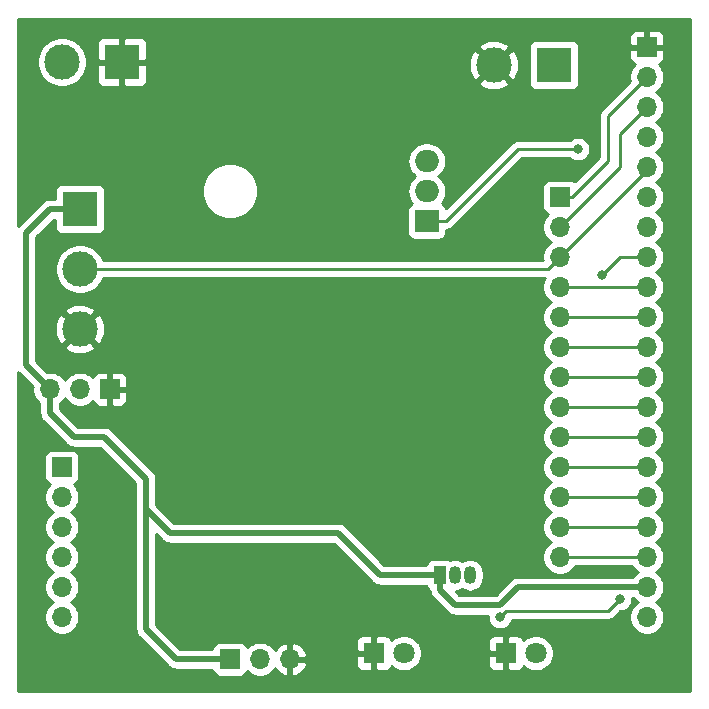
<source format=gbr>
%TF.GenerationSoftware,KiCad,Pcbnew,(5.1.10)-1*%
%TF.CreationDate,2021-08-05T17:27:16+03:00*%
%TF.ProjectId,YevgeniK,59657667-656e-4694-9b2e-6b696361645f,rev?*%
%TF.SameCoordinates,Original*%
%TF.FileFunction,Copper,L1,Top*%
%TF.FilePolarity,Positive*%
%FSLAX46Y46*%
G04 Gerber Fmt 4.6, Leading zero omitted, Abs format (unit mm)*
G04 Created by KiCad (PCBNEW (5.1.10)-1) date 2021-08-05 17:27:16*
%MOMM*%
%LPD*%
G01*
G04 APERTURE LIST*
%TA.AperFunction,ComponentPad*%
%ADD10C,3.000000*%
%TD*%
%TA.AperFunction,ComponentPad*%
%ADD11R,3.000000X3.000000*%
%TD*%
%TA.AperFunction,ComponentPad*%
%ADD12O,2.000000X1.905000*%
%TD*%
%TA.AperFunction,ComponentPad*%
%ADD13R,2.000000X1.905000*%
%TD*%
%TA.AperFunction,ComponentPad*%
%ADD14R,1.050000X1.500000*%
%TD*%
%TA.AperFunction,ComponentPad*%
%ADD15O,1.050000X1.500000*%
%TD*%
%TA.AperFunction,ComponentPad*%
%ADD16O,1.700000X1.700000*%
%TD*%
%TA.AperFunction,ComponentPad*%
%ADD17R,1.700000X1.700000*%
%TD*%
%TA.AperFunction,ComponentPad*%
%ADD18C,1.800000*%
%TD*%
%TA.AperFunction,ComponentPad*%
%ADD19R,1.800000X1.800000*%
%TD*%
%TA.AperFunction,ViaPad*%
%ADD20C,0.800000*%
%TD*%
%TA.AperFunction,Conductor*%
%ADD21C,0.250000*%
%TD*%
%TA.AperFunction,Conductor*%
%ADD22C,0.500000*%
%TD*%
%TA.AperFunction,Conductor*%
%ADD23C,0.254000*%
%TD*%
%TA.AperFunction,Conductor*%
%ADD24C,0.100000*%
%TD*%
G04 APERTURE END LIST*
D10*
%TO.P,J6,3*%
%TO.N,GND*%
X143764000Y-100076000D03*
%TO.P,J6,2*%
%TO.N,/D3*%
X143764000Y-94996000D03*
D11*
%TO.P,J6,1*%
%TO.N,+5V*%
X143764000Y-89916000D03*
%TD*%
D10*
%TO.P,J3,2*%
%TO.N,GND*%
X178816000Y-77724000D03*
D11*
%TO.P,J3,1*%
%TO.N,Net-(J3-Pad1)*%
X183896000Y-77724000D03*
%TD*%
D12*
%TO.P,Q2,3*%
%TO.N,Net-(J3-Pad1)*%
X173124000Y-85852000D03*
%TO.P,Q2,2*%
%TO.N,VS*%
X173124000Y-88392000D03*
D13*
%TO.P,Q2,1*%
%TO.N,/D4*%
X173124000Y-90932000D03*
%TD*%
D14*
%TO.P,Q1,1*%
%TO.N,+5V*%
X174244000Y-120904000D03*
D15*
%TO.P,Q1,3*%
%TO.N,Net-(Q1-Pad3)*%
X176784000Y-120904000D03*
%TO.P,Q1,2*%
%TO.N,Net-(Q1-Pad2)*%
X175514000Y-120904000D03*
%TD*%
D16*
%TO.P,J8,13*%
%TO.N,/A0*%
X184404000Y-119380000D03*
%TO.P,J8,12*%
%TO.N,/A1*%
X184404000Y-116840000D03*
%TO.P,J8,11*%
%TO.N,/A2*%
X184404000Y-114300000D03*
%TO.P,J8,10*%
%TO.N,/A3*%
X184404000Y-111760000D03*
%TO.P,J8,9*%
%TO.N,/A4*%
X184404000Y-109220000D03*
%TO.P,J8,8*%
%TO.N,/A5*%
X184404000Y-106680000D03*
%TO.P,J8,7*%
%TO.N,/A6*%
X184404000Y-104140000D03*
%TO.P,J8,6*%
%TO.N,/A7*%
X184404000Y-101600000D03*
%TO.P,J8,5*%
%TO.N,/D10*%
X184404000Y-99060000D03*
%TO.P,J8,4*%
%TO.N,/D9*%
X184404000Y-96520000D03*
%TO.P,J8,3*%
%TO.N,/D3*%
X184404000Y-93980000D03*
%TO.P,J8,2*%
%TO.N,/DO*%
X184404000Y-91440000D03*
D17*
%TO.P,J8,1*%
%TO.N,/D1*%
X184404000Y-88900000D03*
%TD*%
D16*
%TO.P,J7,3*%
%TO.N,GND*%
X161544000Y-128016000D03*
%TO.P,J7,2*%
%TO.N,/D2*%
X159004000Y-128016000D03*
D17*
%TO.P,J7,1*%
%TO.N,+5V*%
X156464000Y-128016000D03*
%TD*%
D16*
%TO.P,J5,3*%
%TO.N,+5V*%
X141224000Y-105156000D03*
%TO.P,J5,2*%
%TO.N,/D3*%
X143764000Y-105156000D03*
D17*
%TO.P,J5,1*%
%TO.N,GND*%
X146304000Y-105156000D03*
%TD*%
D18*
%TO.P,D2,2*%
%TO.N,Net-(D2-Pad2)*%
X182372000Y-127508000D03*
D19*
%TO.P,D2,1*%
%TO.N,GND*%
X179832000Y-127508000D03*
%TD*%
D18*
%TO.P,D1,2*%
%TO.N,Net-(D1-Pad2)*%
X171196000Y-127508000D03*
D19*
%TO.P,D1,1*%
%TO.N,GND*%
X168656000Y-127508000D03*
%TD*%
D11*
%TO.P,J1,1*%
%TO.N,GND*%
X147320000Y-77470000D03*
D10*
%TO.P,J1,2*%
%TO.N,VS*%
X142240000Y-77470000D03*
%TD*%
D17*
%TO.P,J2,1*%
%TO.N,GND*%
X191770000Y-76200000D03*
D16*
%TO.P,J2,2*%
%TO.N,/D1*%
X191770000Y-78740000D03*
%TO.P,J2,3*%
%TO.N,/DO*%
X191770000Y-81280000D03*
%TO.P,J2,4*%
%TO.N,/D2*%
X191770000Y-83820000D03*
%TO.P,J2,5*%
%TO.N,/D3*%
X191770000Y-86360000D03*
%TO.P,J2,6*%
%TO.N,/D4*%
X191770000Y-88900000D03*
%TO.P,J2,7*%
%TO.N,/D5*%
X191770000Y-91440000D03*
%TO.P,J2,8*%
%TO.N,/D6*%
X191770000Y-93980000D03*
%TO.P,J2,9*%
%TO.N,/D9*%
X191770000Y-96520000D03*
%TO.P,J2,10*%
%TO.N,/D10*%
X191770000Y-99060000D03*
%TO.P,J2,11*%
%TO.N,/A7*%
X191770000Y-101600000D03*
%TO.P,J2,12*%
%TO.N,/A6*%
X191770000Y-104140000D03*
%TO.P,J2,13*%
%TO.N,/A5*%
X191770000Y-106680000D03*
%TO.P,J2,14*%
%TO.N,/A4*%
X191770000Y-109220000D03*
%TO.P,J2,15*%
%TO.N,/A3*%
X191770000Y-111760000D03*
%TO.P,J2,16*%
%TO.N,/A2*%
X191770000Y-114300000D03*
%TO.P,J2,17*%
%TO.N,/A1*%
X191770000Y-116840000D03*
%TO.P,J2,18*%
%TO.N,/A0*%
X191770000Y-119380000D03*
%TO.P,J2,19*%
%TO.N,+5V*%
X191770000Y-121920000D03*
%TO.P,J2,20*%
%TO.N,+3V3*%
X191770000Y-124460000D03*
%TD*%
D17*
%TO.P,J4,1*%
%TO.N,Net-(J4-Pad1)*%
X142240000Y-111760000D03*
D16*
%TO.P,J4,2*%
%TO.N,Net-(J4-Pad2)*%
X142240000Y-114300000D03*
%TO.P,J4,3*%
%TO.N,Net-(J4-Pad3)*%
X142240000Y-116840000D03*
%TO.P,J4,4*%
%TO.N,Net-(J4-Pad4)*%
X142240000Y-119380000D03*
%TO.P,J4,5*%
%TO.N,Net-(J4-Pad5)*%
X142240000Y-121920000D03*
%TO.P,J4,6*%
%TO.N,Net-(J4-Pad6)*%
X142240000Y-124460000D03*
%TD*%
D20*
%TO.N,GND*%
X160528000Y-84328000D03*
X160528000Y-86360000D03*
X160528000Y-88392000D03*
X160528000Y-90424000D03*
X160528000Y-92456000D03*
X161544000Y-87376000D03*
X161544000Y-85344000D03*
X161544000Y-89408000D03*
X162560000Y-86360000D03*
X162560000Y-90424000D03*
X162560000Y-84328000D03*
X162560000Y-88392000D03*
X162560000Y-92456000D03*
X163576000Y-87376000D03*
X163576000Y-85344000D03*
X163576000Y-89408000D03*
X163576000Y-91440000D03*
X164592000Y-84328000D03*
X164592000Y-88392000D03*
X164592000Y-86360000D03*
X164592000Y-92456000D03*
X164592000Y-90424000D03*
X165608000Y-89408000D03*
X165608000Y-91440000D03*
X165608000Y-87376000D03*
X165608000Y-85344000D03*
X166624000Y-92456000D03*
X166624000Y-86360000D03*
X166624000Y-90424000D03*
X166624000Y-88392000D03*
X166624000Y-84328000D03*
X161544000Y-91440000D03*
%TO.N,/D4*%
X185928000Y-84836000D03*
%TO.N,/D5*%
X179324000Y-124460000D03*
X189484000Y-122936000D03*
%TO.N,/D6*%
X187960000Y-95504000D03*
%TD*%
D21*
%TO.N,/D1*%
X184404000Y-88900000D02*
X185420000Y-88900000D01*
X185420000Y-88900000D02*
X188468000Y-85852000D01*
X188468000Y-82042000D02*
X191770000Y-78740000D01*
X188468000Y-85852000D02*
X188468000Y-82042000D01*
%TO.N,/DO*%
X189484000Y-83566000D02*
X191770000Y-81280000D01*
X189484000Y-86360000D02*
X189484000Y-83566000D01*
X184404000Y-91440000D02*
X189484000Y-86360000D01*
%TO.N,/A0*%
X184404000Y-119380000D02*
X191770000Y-119380000D01*
%TO.N,/A1*%
X184404000Y-116840000D02*
X191770000Y-116840000D01*
%TO.N,/A2*%
X184404000Y-114300000D02*
X191770000Y-114300000D01*
%TO.N,/D3*%
X191770000Y-86614000D02*
X191770000Y-86360000D01*
X184404000Y-93980000D02*
X191770000Y-86614000D01*
X183388000Y-94996000D02*
X184404000Y-93980000D01*
X143764000Y-94996000D02*
X183388000Y-94996000D01*
%TO.N,/A3*%
X184404000Y-111760000D02*
X191770000Y-111760000D01*
%TO.N,/D4*%
X173124000Y-90932000D02*
X174752000Y-90932000D01*
X174752000Y-90932000D02*
X180848000Y-84836000D01*
X180848000Y-84836000D02*
X185928000Y-84836000D01*
%TO.N,/A4*%
X184404000Y-109220000D02*
X191770000Y-109220000D01*
%TO.N,/D5*%
X179324000Y-124460000D02*
X179832000Y-123952000D01*
X179832000Y-123952000D02*
X185420000Y-123952000D01*
X185420000Y-123952000D02*
X188468000Y-123952000D01*
X188468000Y-123952000D02*
X189484000Y-122936000D01*
%TO.N,/A5*%
X184404000Y-106680000D02*
X191770000Y-106680000D01*
%TO.N,/D6*%
X187960000Y-95504000D02*
X189484000Y-93980000D01*
X189484000Y-93980000D02*
X191770000Y-93980000D01*
%TO.N,/A6*%
X184404000Y-104140000D02*
X191770000Y-104140000D01*
%TO.N,/A7*%
X184404000Y-101600000D02*
X191770000Y-101600000D01*
D22*
%TO.N,+5V*%
X141224000Y-105156000D02*
X139192000Y-103124000D01*
X139192000Y-103124000D02*
X139192000Y-91948000D01*
X141224000Y-89916000D02*
X143764000Y-89916000D01*
X139192000Y-91948000D02*
X141224000Y-89916000D01*
X141224000Y-105156000D02*
X141224000Y-107188000D01*
X141224000Y-107188000D02*
X143256000Y-109220000D01*
X143256000Y-109220000D02*
X145796000Y-109220000D01*
X145796000Y-109220000D02*
X149352000Y-112776000D01*
X151892000Y-128016000D02*
X156464000Y-128016000D01*
X149352000Y-125476000D02*
X151892000Y-128016000D01*
X151384000Y-117348000D02*
X149352000Y-115316000D01*
X165608000Y-117348000D02*
X151384000Y-117348000D01*
X169164000Y-120904000D02*
X165608000Y-117348000D01*
X149352000Y-115316000D02*
X149352000Y-125476000D01*
X174244000Y-120904000D02*
X169164000Y-120904000D01*
X149352000Y-112776000D02*
X149352000Y-115316000D01*
X191770000Y-121920000D02*
X180848000Y-121920000D01*
X180848000Y-121920000D02*
X179324000Y-123444000D01*
X174244000Y-122154000D02*
X174244000Y-120904000D01*
X175534000Y-123444000D02*
X174244000Y-122154000D01*
X179324000Y-123444000D02*
X175534000Y-123444000D01*
D21*
%TO.N,/D9*%
X184404000Y-96520000D02*
X191770000Y-96520000D01*
%TO.N,/D10*%
X184404000Y-99060000D02*
X191770000Y-99060000D01*
%TD*%
D23*
%TO.N,GND*%
X195453000Y-130683000D02*
X138557000Y-130683000D01*
X138557000Y-110910000D01*
X140751928Y-110910000D01*
X140751928Y-112610000D01*
X140764188Y-112734482D01*
X140800498Y-112854180D01*
X140859463Y-112964494D01*
X140938815Y-113061185D01*
X141035506Y-113140537D01*
X141145820Y-113199502D01*
X141218380Y-113221513D01*
X141086525Y-113353368D01*
X140924010Y-113596589D01*
X140812068Y-113866842D01*
X140755000Y-114153740D01*
X140755000Y-114446260D01*
X140812068Y-114733158D01*
X140924010Y-115003411D01*
X141086525Y-115246632D01*
X141293368Y-115453475D01*
X141467760Y-115570000D01*
X141293368Y-115686525D01*
X141086525Y-115893368D01*
X140924010Y-116136589D01*
X140812068Y-116406842D01*
X140755000Y-116693740D01*
X140755000Y-116986260D01*
X140812068Y-117273158D01*
X140924010Y-117543411D01*
X141086525Y-117786632D01*
X141293368Y-117993475D01*
X141467760Y-118110000D01*
X141293368Y-118226525D01*
X141086525Y-118433368D01*
X140924010Y-118676589D01*
X140812068Y-118946842D01*
X140755000Y-119233740D01*
X140755000Y-119526260D01*
X140812068Y-119813158D01*
X140924010Y-120083411D01*
X141086525Y-120326632D01*
X141293368Y-120533475D01*
X141467760Y-120650000D01*
X141293368Y-120766525D01*
X141086525Y-120973368D01*
X140924010Y-121216589D01*
X140812068Y-121486842D01*
X140755000Y-121773740D01*
X140755000Y-122066260D01*
X140812068Y-122353158D01*
X140924010Y-122623411D01*
X141086525Y-122866632D01*
X141293368Y-123073475D01*
X141467760Y-123190000D01*
X141293368Y-123306525D01*
X141086525Y-123513368D01*
X140924010Y-123756589D01*
X140812068Y-124026842D01*
X140755000Y-124313740D01*
X140755000Y-124606260D01*
X140812068Y-124893158D01*
X140924010Y-125163411D01*
X141086525Y-125406632D01*
X141293368Y-125613475D01*
X141536589Y-125775990D01*
X141806842Y-125887932D01*
X142093740Y-125945000D01*
X142386260Y-125945000D01*
X142673158Y-125887932D01*
X142943411Y-125775990D01*
X143186632Y-125613475D01*
X143393475Y-125406632D01*
X143555990Y-125163411D01*
X143667932Y-124893158D01*
X143725000Y-124606260D01*
X143725000Y-124313740D01*
X143667932Y-124026842D01*
X143555990Y-123756589D01*
X143393475Y-123513368D01*
X143186632Y-123306525D01*
X143012240Y-123190000D01*
X143186632Y-123073475D01*
X143393475Y-122866632D01*
X143555990Y-122623411D01*
X143667932Y-122353158D01*
X143725000Y-122066260D01*
X143725000Y-121773740D01*
X143667932Y-121486842D01*
X143555990Y-121216589D01*
X143393475Y-120973368D01*
X143186632Y-120766525D01*
X143012240Y-120650000D01*
X143186632Y-120533475D01*
X143393475Y-120326632D01*
X143555990Y-120083411D01*
X143667932Y-119813158D01*
X143725000Y-119526260D01*
X143725000Y-119233740D01*
X143667932Y-118946842D01*
X143555990Y-118676589D01*
X143393475Y-118433368D01*
X143186632Y-118226525D01*
X143012240Y-118110000D01*
X143186632Y-117993475D01*
X143393475Y-117786632D01*
X143555990Y-117543411D01*
X143667932Y-117273158D01*
X143725000Y-116986260D01*
X143725000Y-116693740D01*
X143667932Y-116406842D01*
X143555990Y-116136589D01*
X143393475Y-115893368D01*
X143186632Y-115686525D01*
X143012240Y-115570000D01*
X143186632Y-115453475D01*
X143393475Y-115246632D01*
X143555990Y-115003411D01*
X143667932Y-114733158D01*
X143725000Y-114446260D01*
X143725000Y-114153740D01*
X143667932Y-113866842D01*
X143555990Y-113596589D01*
X143393475Y-113353368D01*
X143261620Y-113221513D01*
X143334180Y-113199502D01*
X143444494Y-113140537D01*
X143541185Y-113061185D01*
X143620537Y-112964494D01*
X143679502Y-112854180D01*
X143715812Y-112734482D01*
X143728072Y-112610000D01*
X143728072Y-110910000D01*
X143715812Y-110785518D01*
X143679502Y-110665820D01*
X143620537Y-110555506D01*
X143541185Y-110458815D01*
X143444494Y-110379463D01*
X143334180Y-110320498D01*
X143214482Y-110284188D01*
X143090000Y-110271928D01*
X141390000Y-110271928D01*
X141265518Y-110284188D01*
X141145820Y-110320498D01*
X141035506Y-110379463D01*
X140938815Y-110458815D01*
X140859463Y-110555506D01*
X140800498Y-110665820D01*
X140764188Y-110785518D01*
X140751928Y-110910000D01*
X138557000Y-110910000D01*
X138557000Y-103745283D01*
X138563183Y-103752817D01*
X138596956Y-103780534D01*
X139753461Y-104937040D01*
X139739000Y-105009740D01*
X139739000Y-105302260D01*
X139796068Y-105589158D01*
X139908010Y-105859411D01*
X140070525Y-106102632D01*
X140277368Y-106309475D01*
X140339001Y-106350657D01*
X140339001Y-107144521D01*
X140334719Y-107188000D01*
X140351805Y-107361490D01*
X140402412Y-107528313D01*
X140484590Y-107682059D01*
X140567468Y-107783046D01*
X140567471Y-107783049D01*
X140595184Y-107816817D01*
X140628951Y-107844529D01*
X142599470Y-109815049D01*
X142627183Y-109848817D01*
X142660951Y-109876530D01*
X142660953Y-109876532D01*
X142718075Y-109923411D01*
X142761941Y-109959411D01*
X142915687Y-110041589D01*
X143031903Y-110076843D01*
X143082509Y-110092195D01*
X143097306Y-110093652D01*
X143212523Y-110105000D01*
X143212531Y-110105000D01*
X143256000Y-110109281D01*
X143299469Y-110105000D01*
X145429422Y-110105000D01*
X148467000Y-113142579D01*
X148467001Y-115272514D01*
X148467000Y-115272524D01*
X148467000Y-115272531D01*
X148462719Y-115316000D01*
X148467000Y-115359469D01*
X148467001Y-125432521D01*
X148462719Y-125476000D01*
X148479805Y-125649490D01*
X148530412Y-125816313D01*
X148612590Y-125970059D01*
X148695468Y-126071046D01*
X148695471Y-126071049D01*
X148723184Y-126104817D01*
X148756951Y-126132529D01*
X151235470Y-128611049D01*
X151263183Y-128644817D01*
X151296951Y-128672530D01*
X151296953Y-128672532D01*
X151330803Y-128700312D01*
X151397941Y-128755411D01*
X151551687Y-128837589D01*
X151718510Y-128888195D01*
X151848523Y-128901000D01*
X151848533Y-128901000D01*
X151891999Y-128905281D01*
X151935465Y-128901000D01*
X154979375Y-128901000D01*
X154988188Y-128990482D01*
X155024498Y-129110180D01*
X155083463Y-129220494D01*
X155162815Y-129317185D01*
X155259506Y-129396537D01*
X155369820Y-129455502D01*
X155489518Y-129491812D01*
X155614000Y-129504072D01*
X157314000Y-129504072D01*
X157438482Y-129491812D01*
X157558180Y-129455502D01*
X157668494Y-129396537D01*
X157765185Y-129317185D01*
X157844537Y-129220494D01*
X157903502Y-129110180D01*
X157925513Y-129037620D01*
X158057368Y-129169475D01*
X158300589Y-129331990D01*
X158570842Y-129443932D01*
X158857740Y-129501000D01*
X159150260Y-129501000D01*
X159437158Y-129443932D01*
X159707411Y-129331990D01*
X159950632Y-129169475D01*
X160157475Y-128962632D01*
X160279195Y-128780466D01*
X160348822Y-128897355D01*
X160543731Y-129113588D01*
X160777080Y-129287641D01*
X161039901Y-129412825D01*
X161187110Y-129457476D01*
X161417000Y-129336155D01*
X161417000Y-128143000D01*
X161671000Y-128143000D01*
X161671000Y-129336155D01*
X161900890Y-129457476D01*
X162048099Y-129412825D01*
X162310920Y-129287641D01*
X162544269Y-129113588D01*
X162739178Y-128897355D01*
X162888157Y-128647252D01*
X162973026Y-128408000D01*
X167117928Y-128408000D01*
X167130188Y-128532482D01*
X167166498Y-128652180D01*
X167225463Y-128762494D01*
X167304815Y-128859185D01*
X167401506Y-128938537D01*
X167511820Y-128997502D01*
X167631518Y-129033812D01*
X167756000Y-129046072D01*
X168370250Y-129043000D01*
X168529000Y-128884250D01*
X168529000Y-127635000D01*
X167279750Y-127635000D01*
X167121000Y-127793750D01*
X167117928Y-128408000D01*
X162973026Y-128408000D01*
X162985481Y-128372891D01*
X162864814Y-128143000D01*
X161671000Y-128143000D01*
X161417000Y-128143000D01*
X161397000Y-128143000D01*
X161397000Y-127889000D01*
X161417000Y-127889000D01*
X161417000Y-126695845D01*
X161671000Y-126695845D01*
X161671000Y-127889000D01*
X162864814Y-127889000D01*
X162985481Y-127659109D01*
X162888157Y-127384748D01*
X162739178Y-127134645D01*
X162544269Y-126918412D01*
X162310920Y-126744359D01*
X162048099Y-126619175D01*
X162011257Y-126608000D01*
X167117928Y-126608000D01*
X167121000Y-127222250D01*
X167279750Y-127381000D01*
X168529000Y-127381000D01*
X168529000Y-126131750D01*
X168783000Y-126131750D01*
X168783000Y-127381000D01*
X168803000Y-127381000D01*
X168803000Y-127635000D01*
X168783000Y-127635000D01*
X168783000Y-128884250D01*
X168941750Y-129043000D01*
X169556000Y-129046072D01*
X169680482Y-129033812D01*
X169800180Y-128997502D01*
X169910494Y-128938537D01*
X170007185Y-128859185D01*
X170086537Y-128762494D01*
X170145502Y-128652180D01*
X170151056Y-128633873D01*
X170217495Y-128700312D01*
X170468905Y-128868299D01*
X170748257Y-128984011D01*
X171044816Y-129043000D01*
X171347184Y-129043000D01*
X171643743Y-128984011D01*
X171923095Y-128868299D01*
X172174505Y-128700312D01*
X172388312Y-128486505D01*
X172440767Y-128408000D01*
X178293928Y-128408000D01*
X178306188Y-128532482D01*
X178342498Y-128652180D01*
X178401463Y-128762494D01*
X178480815Y-128859185D01*
X178577506Y-128938537D01*
X178687820Y-128997502D01*
X178807518Y-129033812D01*
X178932000Y-129046072D01*
X179546250Y-129043000D01*
X179705000Y-128884250D01*
X179705000Y-127635000D01*
X178455750Y-127635000D01*
X178297000Y-127793750D01*
X178293928Y-128408000D01*
X172440767Y-128408000D01*
X172556299Y-128235095D01*
X172672011Y-127955743D01*
X172731000Y-127659184D01*
X172731000Y-127356816D01*
X172672011Y-127060257D01*
X172556299Y-126780905D01*
X172440768Y-126608000D01*
X178293928Y-126608000D01*
X178297000Y-127222250D01*
X178455750Y-127381000D01*
X179705000Y-127381000D01*
X179705000Y-126131750D01*
X179959000Y-126131750D01*
X179959000Y-127381000D01*
X179979000Y-127381000D01*
X179979000Y-127635000D01*
X179959000Y-127635000D01*
X179959000Y-128884250D01*
X180117750Y-129043000D01*
X180732000Y-129046072D01*
X180856482Y-129033812D01*
X180976180Y-128997502D01*
X181086494Y-128938537D01*
X181183185Y-128859185D01*
X181262537Y-128762494D01*
X181321502Y-128652180D01*
X181327056Y-128633873D01*
X181393495Y-128700312D01*
X181644905Y-128868299D01*
X181924257Y-128984011D01*
X182220816Y-129043000D01*
X182523184Y-129043000D01*
X182819743Y-128984011D01*
X183099095Y-128868299D01*
X183350505Y-128700312D01*
X183564312Y-128486505D01*
X183732299Y-128235095D01*
X183848011Y-127955743D01*
X183907000Y-127659184D01*
X183907000Y-127356816D01*
X183848011Y-127060257D01*
X183732299Y-126780905D01*
X183564312Y-126529495D01*
X183350505Y-126315688D01*
X183099095Y-126147701D01*
X182819743Y-126031989D01*
X182523184Y-125973000D01*
X182220816Y-125973000D01*
X181924257Y-126031989D01*
X181644905Y-126147701D01*
X181393495Y-126315688D01*
X181327056Y-126382127D01*
X181321502Y-126363820D01*
X181262537Y-126253506D01*
X181183185Y-126156815D01*
X181086494Y-126077463D01*
X180976180Y-126018498D01*
X180856482Y-125982188D01*
X180732000Y-125969928D01*
X180117750Y-125973000D01*
X179959000Y-126131750D01*
X179705000Y-126131750D01*
X179546250Y-125973000D01*
X178932000Y-125969928D01*
X178807518Y-125982188D01*
X178687820Y-126018498D01*
X178577506Y-126077463D01*
X178480815Y-126156815D01*
X178401463Y-126253506D01*
X178342498Y-126363820D01*
X178306188Y-126483518D01*
X178293928Y-126608000D01*
X172440768Y-126608000D01*
X172388312Y-126529495D01*
X172174505Y-126315688D01*
X171923095Y-126147701D01*
X171643743Y-126031989D01*
X171347184Y-125973000D01*
X171044816Y-125973000D01*
X170748257Y-126031989D01*
X170468905Y-126147701D01*
X170217495Y-126315688D01*
X170151056Y-126382127D01*
X170145502Y-126363820D01*
X170086537Y-126253506D01*
X170007185Y-126156815D01*
X169910494Y-126077463D01*
X169800180Y-126018498D01*
X169680482Y-125982188D01*
X169556000Y-125969928D01*
X168941750Y-125973000D01*
X168783000Y-126131750D01*
X168529000Y-126131750D01*
X168370250Y-125973000D01*
X167756000Y-125969928D01*
X167631518Y-125982188D01*
X167511820Y-126018498D01*
X167401506Y-126077463D01*
X167304815Y-126156815D01*
X167225463Y-126253506D01*
X167166498Y-126363820D01*
X167130188Y-126483518D01*
X167117928Y-126608000D01*
X162011257Y-126608000D01*
X161900890Y-126574524D01*
X161671000Y-126695845D01*
X161417000Y-126695845D01*
X161187110Y-126574524D01*
X161039901Y-126619175D01*
X160777080Y-126744359D01*
X160543731Y-126918412D01*
X160348822Y-127134645D01*
X160279195Y-127251534D01*
X160157475Y-127069368D01*
X159950632Y-126862525D01*
X159707411Y-126700010D01*
X159437158Y-126588068D01*
X159150260Y-126531000D01*
X158857740Y-126531000D01*
X158570842Y-126588068D01*
X158300589Y-126700010D01*
X158057368Y-126862525D01*
X157925513Y-126994380D01*
X157903502Y-126921820D01*
X157844537Y-126811506D01*
X157765185Y-126714815D01*
X157668494Y-126635463D01*
X157558180Y-126576498D01*
X157438482Y-126540188D01*
X157314000Y-126527928D01*
X155614000Y-126527928D01*
X155489518Y-126540188D01*
X155369820Y-126576498D01*
X155259506Y-126635463D01*
X155162815Y-126714815D01*
X155083463Y-126811506D01*
X155024498Y-126921820D01*
X154988188Y-127041518D01*
X154979375Y-127131000D01*
X152258579Y-127131000D01*
X150237000Y-125109422D01*
X150237000Y-117452579D01*
X150727470Y-117943049D01*
X150755183Y-117976817D01*
X150788951Y-118004530D01*
X150788953Y-118004532D01*
X150860452Y-118063210D01*
X150889941Y-118087411D01*
X151043687Y-118169589D01*
X151159903Y-118204843D01*
X151210509Y-118220195D01*
X151225306Y-118221652D01*
X151340523Y-118233000D01*
X151340531Y-118233000D01*
X151384000Y-118237281D01*
X151427469Y-118233000D01*
X165241422Y-118233000D01*
X168507470Y-121499049D01*
X168535183Y-121532817D01*
X168568951Y-121560530D01*
X168568953Y-121560532D01*
X168640452Y-121619210D01*
X168669941Y-121643411D01*
X168823687Y-121725589D01*
X168990510Y-121776195D01*
X169120523Y-121789000D01*
X169120533Y-121789000D01*
X169163999Y-121793281D01*
X169207465Y-121789000D01*
X173096379Y-121789000D01*
X173129498Y-121898180D01*
X173188463Y-122008494D01*
X173267815Y-122105185D01*
X173357130Y-122178484D01*
X173359000Y-122197469D01*
X173359000Y-122197476D01*
X173371805Y-122327489D01*
X173422411Y-122494312D01*
X173504589Y-122648058D01*
X173615183Y-122782817D01*
X173648956Y-122810534D01*
X174877470Y-124039049D01*
X174905183Y-124072817D01*
X174938951Y-124100530D01*
X174938953Y-124100532D01*
X175009102Y-124158102D01*
X175039941Y-124183411D01*
X175193687Y-124265589D01*
X175360510Y-124316195D01*
X175490523Y-124329000D01*
X175490533Y-124329000D01*
X175533999Y-124333281D01*
X175577465Y-124329000D01*
X178294781Y-124329000D01*
X178289000Y-124358061D01*
X178289000Y-124561939D01*
X178328774Y-124761898D01*
X178406795Y-124950256D01*
X178520063Y-125119774D01*
X178664226Y-125263937D01*
X178833744Y-125377205D01*
X179022102Y-125455226D01*
X179222061Y-125495000D01*
X179425939Y-125495000D01*
X179625898Y-125455226D01*
X179814256Y-125377205D01*
X179983774Y-125263937D01*
X180127937Y-125119774D01*
X180241205Y-124950256D01*
X180319226Y-124761898D01*
X180329151Y-124712000D01*
X188430678Y-124712000D01*
X188468000Y-124715676D01*
X188505322Y-124712000D01*
X188505333Y-124712000D01*
X188616986Y-124701003D01*
X188760247Y-124657546D01*
X188892276Y-124586974D01*
X189008001Y-124492001D01*
X189031804Y-124462998D01*
X189523802Y-123971000D01*
X189585939Y-123971000D01*
X189785898Y-123931226D01*
X189974256Y-123853205D01*
X190143774Y-123739937D01*
X190287937Y-123595774D01*
X190401205Y-123426256D01*
X190479226Y-123237898D01*
X190519000Y-123037939D01*
X190519000Y-122834061D01*
X190513219Y-122805000D01*
X190575344Y-122805000D01*
X190616525Y-122866632D01*
X190823368Y-123073475D01*
X190997760Y-123190000D01*
X190823368Y-123306525D01*
X190616525Y-123513368D01*
X190454010Y-123756589D01*
X190342068Y-124026842D01*
X190285000Y-124313740D01*
X190285000Y-124606260D01*
X190342068Y-124893158D01*
X190454010Y-125163411D01*
X190616525Y-125406632D01*
X190823368Y-125613475D01*
X191066589Y-125775990D01*
X191336842Y-125887932D01*
X191623740Y-125945000D01*
X191916260Y-125945000D01*
X192203158Y-125887932D01*
X192473411Y-125775990D01*
X192716632Y-125613475D01*
X192923475Y-125406632D01*
X193085990Y-125163411D01*
X193197932Y-124893158D01*
X193255000Y-124606260D01*
X193255000Y-124313740D01*
X193197932Y-124026842D01*
X193085990Y-123756589D01*
X192923475Y-123513368D01*
X192716632Y-123306525D01*
X192542240Y-123190000D01*
X192716632Y-123073475D01*
X192923475Y-122866632D01*
X193085990Y-122623411D01*
X193197932Y-122353158D01*
X193255000Y-122066260D01*
X193255000Y-121773740D01*
X193197932Y-121486842D01*
X193085990Y-121216589D01*
X192923475Y-120973368D01*
X192716632Y-120766525D01*
X192542240Y-120650000D01*
X192716632Y-120533475D01*
X192923475Y-120326632D01*
X193085990Y-120083411D01*
X193197932Y-119813158D01*
X193255000Y-119526260D01*
X193255000Y-119233740D01*
X193197932Y-118946842D01*
X193085990Y-118676589D01*
X192923475Y-118433368D01*
X192716632Y-118226525D01*
X192542240Y-118110000D01*
X192716632Y-117993475D01*
X192923475Y-117786632D01*
X193085990Y-117543411D01*
X193197932Y-117273158D01*
X193255000Y-116986260D01*
X193255000Y-116693740D01*
X193197932Y-116406842D01*
X193085990Y-116136589D01*
X192923475Y-115893368D01*
X192716632Y-115686525D01*
X192542240Y-115570000D01*
X192716632Y-115453475D01*
X192923475Y-115246632D01*
X193085990Y-115003411D01*
X193197932Y-114733158D01*
X193255000Y-114446260D01*
X193255000Y-114153740D01*
X193197932Y-113866842D01*
X193085990Y-113596589D01*
X192923475Y-113353368D01*
X192716632Y-113146525D01*
X192542240Y-113030000D01*
X192716632Y-112913475D01*
X192923475Y-112706632D01*
X193085990Y-112463411D01*
X193197932Y-112193158D01*
X193255000Y-111906260D01*
X193255000Y-111613740D01*
X193197932Y-111326842D01*
X193085990Y-111056589D01*
X192923475Y-110813368D01*
X192716632Y-110606525D01*
X192542240Y-110490000D01*
X192716632Y-110373475D01*
X192923475Y-110166632D01*
X193085990Y-109923411D01*
X193197932Y-109653158D01*
X193255000Y-109366260D01*
X193255000Y-109073740D01*
X193197932Y-108786842D01*
X193085990Y-108516589D01*
X192923475Y-108273368D01*
X192716632Y-108066525D01*
X192542240Y-107950000D01*
X192716632Y-107833475D01*
X192923475Y-107626632D01*
X193085990Y-107383411D01*
X193197932Y-107113158D01*
X193255000Y-106826260D01*
X193255000Y-106533740D01*
X193197932Y-106246842D01*
X193085990Y-105976589D01*
X192923475Y-105733368D01*
X192716632Y-105526525D01*
X192542240Y-105410000D01*
X192716632Y-105293475D01*
X192923475Y-105086632D01*
X193085990Y-104843411D01*
X193197932Y-104573158D01*
X193255000Y-104286260D01*
X193255000Y-103993740D01*
X193197932Y-103706842D01*
X193085990Y-103436589D01*
X192923475Y-103193368D01*
X192716632Y-102986525D01*
X192542240Y-102870000D01*
X192716632Y-102753475D01*
X192923475Y-102546632D01*
X193085990Y-102303411D01*
X193197932Y-102033158D01*
X193255000Y-101746260D01*
X193255000Y-101453740D01*
X193197932Y-101166842D01*
X193085990Y-100896589D01*
X192923475Y-100653368D01*
X192716632Y-100446525D01*
X192542240Y-100330000D01*
X192716632Y-100213475D01*
X192923475Y-100006632D01*
X193085990Y-99763411D01*
X193197932Y-99493158D01*
X193255000Y-99206260D01*
X193255000Y-98913740D01*
X193197932Y-98626842D01*
X193085990Y-98356589D01*
X192923475Y-98113368D01*
X192716632Y-97906525D01*
X192542240Y-97790000D01*
X192716632Y-97673475D01*
X192923475Y-97466632D01*
X193085990Y-97223411D01*
X193197932Y-96953158D01*
X193255000Y-96666260D01*
X193255000Y-96373740D01*
X193197932Y-96086842D01*
X193085990Y-95816589D01*
X192923475Y-95573368D01*
X192716632Y-95366525D01*
X192542240Y-95250000D01*
X192716632Y-95133475D01*
X192923475Y-94926632D01*
X193085990Y-94683411D01*
X193197932Y-94413158D01*
X193255000Y-94126260D01*
X193255000Y-93833740D01*
X193197932Y-93546842D01*
X193085990Y-93276589D01*
X192923475Y-93033368D01*
X192716632Y-92826525D01*
X192542240Y-92710000D01*
X192716632Y-92593475D01*
X192923475Y-92386632D01*
X193085990Y-92143411D01*
X193197932Y-91873158D01*
X193255000Y-91586260D01*
X193255000Y-91293740D01*
X193197932Y-91006842D01*
X193085990Y-90736589D01*
X192923475Y-90493368D01*
X192716632Y-90286525D01*
X192542240Y-90170000D01*
X192716632Y-90053475D01*
X192923475Y-89846632D01*
X193085990Y-89603411D01*
X193197932Y-89333158D01*
X193255000Y-89046260D01*
X193255000Y-88753740D01*
X193197932Y-88466842D01*
X193085990Y-88196589D01*
X192923475Y-87953368D01*
X192716632Y-87746525D01*
X192542240Y-87630000D01*
X192716632Y-87513475D01*
X192923475Y-87306632D01*
X193085990Y-87063411D01*
X193197932Y-86793158D01*
X193255000Y-86506260D01*
X193255000Y-86213740D01*
X193197932Y-85926842D01*
X193085990Y-85656589D01*
X192923475Y-85413368D01*
X192716632Y-85206525D01*
X192542240Y-85090000D01*
X192716632Y-84973475D01*
X192923475Y-84766632D01*
X193085990Y-84523411D01*
X193197932Y-84253158D01*
X193255000Y-83966260D01*
X193255000Y-83673740D01*
X193197932Y-83386842D01*
X193085990Y-83116589D01*
X192923475Y-82873368D01*
X192716632Y-82666525D01*
X192542240Y-82550000D01*
X192716632Y-82433475D01*
X192923475Y-82226632D01*
X193085990Y-81983411D01*
X193197932Y-81713158D01*
X193255000Y-81426260D01*
X193255000Y-81133740D01*
X193197932Y-80846842D01*
X193085990Y-80576589D01*
X192923475Y-80333368D01*
X192716632Y-80126525D01*
X192542240Y-80010000D01*
X192716632Y-79893475D01*
X192923475Y-79686632D01*
X193085990Y-79443411D01*
X193197932Y-79173158D01*
X193255000Y-78886260D01*
X193255000Y-78593740D01*
X193197932Y-78306842D01*
X193085990Y-78036589D01*
X192923475Y-77793368D01*
X192791620Y-77661513D01*
X192864180Y-77639502D01*
X192974494Y-77580537D01*
X193071185Y-77501185D01*
X193150537Y-77404494D01*
X193209502Y-77294180D01*
X193245812Y-77174482D01*
X193258072Y-77050000D01*
X193255000Y-76485750D01*
X193096250Y-76327000D01*
X191897000Y-76327000D01*
X191897000Y-76347000D01*
X191643000Y-76347000D01*
X191643000Y-76327000D01*
X190443750Y-76327000D01*
X190285000Y-76485750D01*
X190281928Y-77050000D01*
X190294188Y-77174482D01*
X190330498Y-77294180D01*
X190389463Y-77404494D01*
X190468815Y-77501185D01*
X190565506Y-77580537D01*
X190675820Y-77639502D01*
X190748380Y-77661513D01*
X190616525Y-77793368D01*
X190454010Y-78036589D01*
X190342068Y-78306842D01*
X190285000Y-78593740D01*
X190285000Y-78886260D01*
X190328790Y-79106408D01*
X187956998Y-81478201D01*
X187928000Y-81501999D01*
X187904202Y-81530997D01*
X187904201Y-81530998D01*
X187833026Y-81617724D01*
X187762454Y-81749754D01*
X187718998Y-81893015D01*
X187704324Y-82042000D01*
X187708001Y-82079332D01*
X187708000Y-85537198D01*
X185672889Y-87572310D01*
X185608494Y-87519463D01*
X185498180Y-87460498D01*
X185378482Y-87424188D01*
X185254000Y-87411928D01*
X183554000Y-87411928D01*
X183429518Y-87424188D01*
X183309820Y-87460498D01*
X183199506Y-87519463D01*
X183102815Y-87598815D01*
X183023463Y-87695506D01*
X182964498Y-87805820D01*
X182928188Y-87925518D01*
X182915928Y-88050000D01*
X182915928Y-89750000D01*
X182928188Y-89874482D01*
X182964498Y-89994180D01*
X183023463Y-90104494D01*
X183102815Y-90201185D01*
X183199506Y-90280537D01*
X183309820Y-90339502D01*
X183382380Y-90361513D01*
X183250525Y-90493368D01*
X183088010Y-90736589D01*
X182976068Y-91006842D01*
X182919000Y-91293740D01*
X182919000Y-91586260D01*
X182976068Y-91873158D01*
X183088010Y-92143411D01*
X183250525Y-92386632D01*
X183457368Y-92593475D01*
X183631760Y-92710000D01*
X183457368Y-92826525D01*
X183250525Y-93033368D01*
X183088010Y-93276589D01*
X182976068Y-93546842D01*
X182919000Y-93833740D01*
X182919000Y-94126260D01*
X182940829Y-94236000D01*
X145760105Y-94236000D01*
X145656012Y-93984698D01*
X145422363Y-93635017D01*
X145124983Y-93337637D01*
X144775302Y-93103988D01*
X144386756Y-92943047D01*
X143974279Y-92861000D01*
X143553721Y-92861000D01*
X143141244Y-92943047D01*
X142752698Y-93103988D01*
X142403017Y-93337637D01*
X142105637Y-93635017D01*
X141871988Y-93984698D01*
X141711047Y-94373244D01*
X141629000Y-94785721D01*
X141629000Y-95206279D01*
X141711047Y-95618756D01*
X141871988Y-96007302D01*
X142105637Y-96356983D01*
X142403017Y-96654363D01*
X142752698Y-96888012D01*
X143141244Y-97048953D01*
X143553721Y-97131000D01*
X143974279Y-97131000D01*
X144386756Y-97048953D01*
X144775302Y-96888012D01*
X145124983Y-96654363D01*
X145422363Y-96356983D01*
X145656012Y-96007302D01*
X145760105Y-95756000D01*
X183128494Y-95756000D01*
X183088010Y-95816589D01*
X182976068Y-96086842D01*
X182919000Y-96373740D01*
X182919000Y-96666260D01*
X182976068Y-96953158D01*
X183088010Y-97223411D01*
X183250525Y-97466632D01*
X183457368Y-97673475D01*
X183631760Y-97790000D01*
X183457368Y-97906525D01*
X183250525Y-98113368D01*
X183088010Y-98356589D01*
X182976068Y-98626842D01*
X182919000Y-98913740D01*
X182919000Y-99206260D01*
X182976068Y-99493158D01*
X183088010Y-99763411D01*
X183250525Y-100006632D01*
X183457368Y-100213475D01*
X183631760Y-100330000D01*
X183457368Y-100446525D01*
X183250525Y-100653368D01*
X183088010Y-100896589D01*
X182976068Y-101166842D01*
X182919000Y-101453740D01*
X182919000Y-101746260D01*
X182976068Y-102033158D01*
X183088010Y-102303411D01*
X183250525Y-102546632D01*
X183457368Y-102753475D01*
X183631760Y-102870000D01*
X183457368Y-102986525D01*
X183250525Y-103193368D01*
X183088010Y-103436589D01*
X182976068Y-103706842D01*
X182919000Y-103993740D01*
X182919000Y-104286260D01*
X182976068Y-104573158D01*
X183088010Y-104843411D01*
X183250525Y-105086632D01*
X183457368Y-105293475D01*
X183631760Y-105410000D01*
X183457368Y-105526525D01*
X183250525Y-105733368D01*
X183088010Y-105976589D01*
X182976068Y-106246842D01*
X182919000Y-106533740D01*
X182919000Y-106826260D01*
X182976068Y-107113158D01*
X183088010Y-107383411D01*
X183250525Y-107626632D01*
X183457368Y-107833475D01*
X183631760Y-107950000D01*
X183457368Y-108066525D01*
X183250525Y-108273368D01*
X183088010Y-108516589D01*
X182976068Y-108786842D01*
X182919000Y-109073740D01*
X182919000Y-109366260D01*
X182976068Y-109653158D01*
X183088010Y-109923411D01*
X183250525Y-110166632D01*
X183457368Y-110373475D01*
X183631760Y-110490000D01*
X183457368Y-110606525D01*
X183250525Y-110813368D01*
X183088010Y-111056589D01*
X182976068Y-111326842D01*
X182919000Y-111613740D01*
X182919000Y-111906260D01*
X182976068Y-112193158D01*
X183088010Y-112463411D01*
X183250525Y-112706632D01*
X183457368Y-112913475D01*
X183631760Y-113030000D01*
X183457368Y-113146525D01*
X183250525Y-113353368D01*
X183088010Y-113596589D01*
X182976068Y-113866842D01*
X182919000Y-114153740D01*
X182919000Y-114446260D01*
X182976068Y-114733158D01*
X183088010Y-115003411D01*
X183250525Y-115246632D01*
X183457368Y-115453475D01*
X183631760Y-115570000D01*
X183457368Y-115686525D01*
X183250525Y-115893368D01*
X183088010Y-116136589D01*
X182976068Y-116406842D01*
X182919000Y-116693740D01*
X182919000Y-116986260D01*
X182976068Y-117273158D01*
X183088010Y-117543411D01*
X183250525Y-117786632D01*
X183457368Y-117993475D01*
X183631760Y-118110000D01*
X183457368Y-118226525D01*
X183250525Y-118433368D01*
X183088010Y-118676589D01*
X182976068Y-118946842D01*
X182919000Y-119233740D01*
X182919000Y-119526260D01*
X182976068Y-119813158D01*
X183088010Y-120083411D01*
X183250525Y-120326632D01*
X183457368Y-120533475D01*
X183700589Y-120695990D01*
X183970842Y-120807932D01*
X184257740Y-120865000D01*
X184550260Y-120865000D01*
X184837158Y-120807932D01*
X185107411Y-120695990D01*
X185350632Y-120533475D01*
X185557475Y-120326632D01*
X185682178Y-120140000D01*
X190491822Y-120140000D01*
X190616525Y-120326632D01*
X190823368Y-120533475D01*
X190997760Y-120650000D01*
X190823368Y-120766525D01*
X190616525Y-120973368D01*
X190575344Y-121035000D01*
X180891465Y-121035000D01*
X180847999Y-121030719D01*
X180804533Y-121035000D01*
X180804523Y-121035000D01*
X180674510Y-121047805D01*
X180507687Y-121098411D01*
X180353941Y-121180589D01*
X180353939Y-121180590D01*
X180353940Y-121180590D01*
X180252953Y-121263468D01*
X180252951Y-121263470D01*
X180219183Y-121291183D01*
X180191470Y-121324951D01*
X178957422Y-122559000D01*
X175900579Y-122559000D01*
X175625235Y-122283656D01*
X175741400Y-122272215D01*
X175960060Y-122205885D01*
X176149000Y-122104894D01*
X176337941Y-122205885D01*
X176556601Y-122272215D01*
X176784000Y-122294612D01*
X177011400Y-122272215D01*
X177230060Y-122205885D01*
X177431579Y-122098171D01*
X177608212Y-121953212D01*
X177753171Y-121776579D01*
X177860885Y-121575059D01*
X177927215Y-121356399D01*
X177944000Y-121185978D01*
X177944000Y-120622021D01*
X177927215Y-120451600D01*
X177860885Y-120232940D01*
X177753171Y-120031421D01*
X177608212Y-119854788D01*
X177431578Y-119709829D01*
X177230059Y-119602115D01*
X177011399Y-119535785D01*
X176784000Y-119513388D01*
X176556600Y-119535785D01*
X176337940Y-119602115D01*
X176149000Y-119703106D01*
X175960059Y-119602115D01*
X175741399Y-119535785D01*
X175514000Y-119513388D01*
X175286600Y-119535785D01*
X175077902Y-119599093D01*
X175013180Y-119564498D01*
X174893482Y-119528188D01*
X174769000Y-119515928D01*
X173719000Y-119515928D01*
X173594518Y-119528188D01*
X173474820Y-119564498D01*
X173364506Y-119623463D01*
X173267815Y-119702815D01*
X173188463Y-119799506D01*
X173129498Y-119909820D01*
X173096379Y-120019000D01*
X169530579Y-120019000D01*
X166264534Y-116752956D01*
X166236817Y-116719183D01*
X166102059Y-116608589D01*
X165948313Y-116526411D01*
X165781490Y-116475805D01*
X165651477Y-116463000D01*
X165651469Y-116463000D01*
X165608000Y-116458719D01*
X165564531Y-116463000D01*
X151750579Y-116463000D01*
X150237000Y-114949422D01*
X150237000Y-112819465D01*
X150241281Y-112775999D01*
X150237000Y-112732533D01*
X150237000Y-112732523D01*
X150224195Y-112602510D01*
X150173589Y-112435687D01*
X150091411Y-112281941D01*
X149980817Y-112147183D01*
X149947050Y-112119471D01*
X146452534Y-108624956D01*
X146424817Y-108591183D01*
X146290059Y-108480589D01*
X146136313Y-108398411D01*
X145969490Y-108347805D01*
X145839477Y-108335000D01*
X145839469Y-108335000D01*
X145796000Y-108330719D01*
X145752531Y-108335000D01*
X143622579Y-108335000D01*
X142109000Y-106821422D01*
X142109000Y-106350656D01*
X142170632Y-106309475D01*
X142377475Y-106102632D01*
X142494000Y-105928240D01*
X142610525Y-106102632D01*
X142817368Y-106309475D01*
X143060589Y-106471990D01*
X143330842Y-106583932D01*
X143617740Y-106641000D01*
X143910260Y-106641000D01*
X144197158Y-106583932D01*
X144467411Y-106471990D01*
X144710632Y-106309475D01*
X144842487Y-106177620D01*
X144864498Y-106250180D01*
X144923463Y-106360494D01*
X145002815Y-106457185D01*
X145099506Y-106536537D01*
X145209820Y-106595502D01*
X145329518Y-106631812D01*
X145454000Y-106644072D01*
X146018250Y-106641000D01*
X146177000Y-106482250D01*
X146177000Y-105283000D01*
X146431000Y-105283000D01*
X146431000Y-106482250D01*
X146589750Y-106641000D01*
X147154000Y-106644072D01*
X147278482Y-106631812D01*
X147398180Y-106595502D01*
X147508494Y-106536537D01*
X147605185Y-106457185D01*
X147684537Y-106360494D01*
X147743502Y-106250180D01*
X147779812Y-106130482D01*
X147792072Y-106006000D01*
X147789000Y-105441750D01*
X147630250Y-105283000D01*
X146431000Y-105283000D01*
X146177000Y-105283000D01*
X146157000Y-105283000D01*
X146157000Y-105029000D01*
X146177000Y-105029000D01*
X146177000Y-103829750D01*
X146431000Y-103829750D01*
X146431000Y-105029000D01*
X147630250Y-105029000D01*
X147789000Y-104870250D01*
X147792072Y-104306000D01*
X147779812Y-104181518D01*
X147743502Y-104061820D01*
X147684537Y-103951506D01*
X147605185Y-103854815D01*
X147508494Y-103775463D01*
X147398180Y-103716498D01*
X147278482Y-103680188D01*
X147154000Y-103667928D01*
X146589750Y-103671000D01*
X146431000Y-103829750D01*
X146177000Y-103829750D01*
X146018250Y-103671000D01*
X145454000Y-103667928D01*
X145329518Y-103680188D01*
X145209820Y-103716498D01*
X145099506Y-103775463D01*
X145002815Y-103854815D01*
X144923463Y-103951506D01*
X144864498Y-104061820D01*
X144842487Y-104134380D01*
X144710632Y-104002525D01*
X144467411Y-103840010D01*
X144197158Y-103728068D01*
X143910260Y-103671000D01*
X143617740Y-103671000D01*
X143330842Y-103728068D01*
X143060589Y-103840010D01*
X142817368Y-104002525D01*
X142610525Y-104209368D01*
X142494000Y-104383760D01*
X142377475Y-104209368D01*
X142170632Y-104002525D01*
X141927411Y-103840010D01*
X141657158Y-103728068D01*
X141370260Y-103671000D01*
X141077740Y-103671000D01*
X141005040Y-103685461D01*
X140077000Y-102757422D01*
X140077000Y-101567653D01*
X142451952Y-101567653D01*
X142607962Y-101883214D01*
X142982745Y-102074020D01*
X143387551Y-102188044D01*
X143806824Y-102220902D01*
X144224451Y-102171334D01*
X144624383Y-102041243D01*
X144920038Y-101883214D01*
X145076048Y-101567653D01*
X143764000Y-100255605D01*
X142451952Y-101567653D01*
X140077000Y-101567653D01*
X140077000Y-100118824D01*
X141619098Y-100118824D01*
X141668666Y-100536451D01*
X141798757Y-100936383D01*
X141956786Y-101232038D01*
X142272347Y-101388048D01*
X143584395Y-100076000D01*
X143943605Y-100076000D01*
X145255653Y-101388048D01*
X145571214Y-101232038D01*
X145762020Y-100857255D01*
X145876044Y-100452449D01*
X145908902Y-100033176D01*
X145859334Y-99615549D01*
X145729243Y-99215617D01*
X145571214Y-98919962D01*
X145255653Y-98763952D01*
X143943605Y-100076000D01*
X143584395Y-100076000D01*
X142272347Y-98763952D01*
X141956786Y-98919962D01*
X141765980Y-99294745D01*
X141651956Y-99699551D01*
X141619098Y-100118824D01*
X140077000Y-100118824D01*
X140077000Y-98584347D01*
X142451952Y-98584347D01*
X143764000Y-99896395D01*
X145076048Y-98584347D01*
X144920038Y-98268786D01*
X144545255Y-98077980D01*
X144140449Y-97963956D01*
X143721176Y-97931098D01*
X143303549Y-97980666D01*
X142903617Y-98110757D01*
X142607962Y-98268786D01*
X142451952Y-98584347D01*
X140077000Y-98584347D01*
X140077000Y-92314578D01*
X141590579Y-90801000D01*
X141625928Y-90801000D01*
X141625928Y-91416000D01*
X141638188Y-91540482D01*
X141674498Y-91660180D01*
X141733463Y-91770494D01*
X141812815Y-91867185D01*
X141909506Y-91946537D01*
X142019820Y-92005502D01*
X142139518Y-92041812D01*
X142264000Y-92054072D01*
X145264000Y-92054072D01*
X145388482Y-92041812D01*
X145508180Y-92005502D01*
X145618494Y-91946537D01*
X145715185Y-91867185D01*
X145794537Y-91770494D01*
X145853502Y-91660180D01*
X145889812Y-91540482D01*
X145902072Y-91416000D01*
X145902072Y-88416000D01*
X145889812Y-88291518D01*
X145853502Y-88171820D01*
X145845633Y-88157098D01*
X154079000Y-88157098D01*
X154079000Y-88626902D01*
X154170654Y-89087679D01*
X154350440Y-89521721D01*
X154611450Y-89912349D01*
X154943651Y-90244550D01*
X155334279Y-90505560D01*
X155768321Y-90685346D01*
X156229098Y-90777000D01*
X156698902Y-90777000D01*
X157159679Y-90685346D01*
X157593721Y-90505560D01*
X157984349Y-90244550D01*
X158316550Y-89912349D01*
X158577560Y-89521721D01*
X158757346Y-89087679D01*
X158849000Y-88626902D01*
X158849000Y-88157098D01*
X158757346Y-87696321D01*
X158577560Y-87262279D01*
X158316550Y-86871651D01*
X157984349Y-86539450D01*
X157593721Y-86278440D01*
X157159679Y-86098654D01*
X156698902Y-86007000D01*
X156229098Y-86007000D01*
X155768321Y-86098654D01*
X155334279Y-86278440D01*
X154943651Y-86539450D01*
X154611450Y-86871651D01*
X154350440Y-87262279D01*
X154170654Y-87696321D01*
X154079000Y-88157098D01*
X145845633Y-88157098D01*
X145794537Y-88061506D01*
X145715185Y-87964815D01*
X145618494Y-87885463D01*
X145508180Y-87826498D01*
X145388482Y-87790188D01*
X145264000Y-87777928D01*
X142264000Y-87777928D01*
X142139518Y-87790188D01*
X142019820Y-87826498D01*
X141909506Y-87885463D01*
X141812815Y-87964815D01*
X141733463Y-88061506D01*
X141674498Y-88171820D01*
X141638188Y-88291518D01*
X141625928Y-88416000D01*
X141625928Y-89031000D01*
X141267469Y-89031000D01*
X141224000Y-89026719D01*
X141180531Y-89031000D01*
X141180523Y-89031000D01*
X141065306Y-89042348D01*
X141050509Y-89043805D01*
X140999903Y-89059157D01*
X140883687Y-89094411D01*
X140729941Y-89176589D01*
X140729939Y-89176590D01*
X140729940Y-89176590D01*
X140628953Y-89259468D01*
X140628951Y-89259470D01*
X140595183Y-89287183D01*
X140567470Y-89320951D01*
X138596951Y-91291471D01*
X138563184Y-91319183D01*
X138557000Y-91326718D01*
X138557000Y-85852000D01*
X171481319Y-85852000D01*
X171511970Y-86163204D01*
X171602745Y-86462449D01*
X171750155Y-86738235D01*
X171948537Y-86979963D01*
X172121609Y-87122000D01*
X171948537Y-87264037D01*
X171750155Y-87505765D01*
X171602745Y-87781551D01*
X171511970Y-88080796D01*
X171481319Y-88392000D01*
X171511970Y-88703204D01*
X171602745Y-89002449D01*
X171750155Y-89278235D01*
X171853446Y-89404095D01*
X171769506Y-89448963D01*
X171672815Y-89528315D01*
X171593463Y-89625006D01*
X171534498Y-89735320D01*
X171498188Y-89855018D01*
X171485928Y-89979500D01*
X171485928Y-91884500D01*
X171498188Y-92008982D01*
X171534498Y-92128680D01*
X171593463Y-92238994D01*
X171672815Y-92335685D01*
X171769506Y-92415037D01*
X171879820Y-92474002D01*
X171999518Y-92510312D01*
X172124000Y-92522572D01*
X174124000Y-92522572D01*
X174248482Y-92510312D01*
X174368180Y-92474002D01*
X174478494Y-92415037D01*
X174575185Y-92335685D01*
X174654537Y-92238994D01*
X174713502Y-92128680D01*
X174749812Y-92008982D01*
X174762072Y-91884500D01*
X174762072Y-91694684D01*
X174789322Y-91692000D01*
X174789333Y-91692000D01*
X174900986Y-91681003D01*
X175044247Y-91637546D01*
X175176276Y-91566974D01*
X175292001Y-91472001D01*
X175315804Y-91442997D01*
X181162802Y-85596000D01*
X185224289Y-85596000D01*
X185268226Y-85639937D01*
X185437744Y-85753205D01*
X185626102Y-85831226D01*
X185826061Y-85871000D01*
X186029939Y-85871000D01*
X186229898Y-85831226D01*
X186418256Y-85753205D01*
X186587774Y-85639937D01*
X186731937Y-85495774D01*
X186845205Y-85326256D01*
X186923226Y-85137898D01*
X186963000Y-84937939D01*
X186963000Y-84734061D01*
X186923226Y-84534102D01*
X186845205Y-84345744D01*
X186731937Y-84176226D01*
X186587774Y-84032063D01*
X186418256Y-83918795D01*
X186229898Y-83840774D01*
X186029939Y-83801000D01*
X185826061Y-83801000D01*
X185626102Y-83840774D01*
X185437744Y-83918795D01*
X185268226Y-84032063D01*
X185224289Y-84076000D01*
X180885323Y-84076000D01*
X180848000Y-84072324D01*
X180810677Y-84076000D01*
X180810667Y-84076000D01*
X180699014Y-84086997D01*
X180557912Y-84129799D01*
X180555753Y-84130454D01*
X180423723Y-84201026D01*
X180360201Y-84253158D01*
X180307999Y-84295999D01*
X180284201Y-84324997D01*
X174750204Y-89858995D01*
X174749812Y-89855018D01*
X174713502Y-89735320D01*
X174654537Y-89625006D01*
X174575185Y-89528315D01*
X174478494Y-89448963D01*
X174394554Y-89404095D01*
X174497845Y-89278235D01*
X174645255Y-89002449D01*
X174736030Y-88703204D01*
X174766681Y-88392000D01*
X174736030Y-88080796D01*
X174645255Y-87781551D01*
X174497845Y-87505765D01*
X174299463Y-87264037D01*
X174126391Y-87122000D01*
X174299463Y-86979963D01*
X174497845Y-86738235D01*
X174645255Y-86462449D01*
X174736030Y-86163204D01*
X174766681Y-85852000D01*
X174736030Y-85540796D01*
X174645255Y-85241551D01*
X174497845Y-84965765D01*
X174299463Y-84724037D01*
X174057735Y-84525655D01*
X173781949Y-84378245D01*
X173482704Y-84287470D01*
X173249486Y-84264500D01*
X172998514Y-84264500D01*
X172765296Y-84287470D01*
X172466051Y-84378245D01*
X172190265Y-84525655D01*
X171948537Y-84724037D01*
X171750155Y-84965765D01*
X171602745Y-85241551D01*
X171511970Y-85540796D01*
X171481319Y-85852000D01*
X138557000Y-85852000D01*
X138557000Y-77259721D01*
X140105000Y-77259721D01*
X140105000Y-77680279D01*
X140187047Y-78092756D01*
X140347988Y-78481302D01*
X140581637Y-78830983D01*
X140879017Y-79128363D01*
X141228698Y-79362012D01*
X141617244Y-79522953D01*
X142029721Y-79605000D01*
X142450279Y-79605000D01*
X142862756Y-79522953D01*
X143251302Y-79362012D01*
X143600983Y-79128363D01*
X143759346Y-78970000D01*
X145181928Y-78970000D01*
X145194188Y-79094482D01*
X145230498Y-79214180D01*
X145289463Y-79324494D01*
X145368815Y-79421185D01*
X145465506Y-79500537D01*
X145575820Y-79559502D01*
X145695518Y-79595812D01*
X145820000Y-79608072D01*
X147034250Y-79605000D01*
X147193000Y-79446250D01*
X147193000Y-77597000D01*
X147447000Y-77597000D01*
X147447000Y-79446250D01*
X147605750Y-79605000D01*
X148820000Y-79608072D01*
X148944482Y-79595812D01*
X149064180Y-79559502D01*
X149174494Y-79500537D01*
X149271185Y-79421185D01*
X149350537Y-79324494D01*
X149408714Y-79215653D01*
X177503952Y-79215653D01*
X177659962Y-79531214D01*
X178034745Y-79722020D01*
X178439551Y-79836044D01*
X178858824Y-79868902D01*
X179276451Y-79819334D01*
X179676383Y-79689243D01*
X179972038Y-79531214D01*
X180128048Y-79215653D01*
X178816000Y-77903605D01*
X177503952Y-79215653D01*
X149408714Y-79215653D01*
X149409502Y-79214180D01*
X149445812Y-79094482D01*
X149458072Y-78970000D01*
X149455029Y-77766824D01*
X176671098Y-77766824D01*
X176720666Y-78184451D01*
X176850757Y-78584383D01*
X177008786Y-78880038D01*
X177324347Y-79036048D01*
X178636395Y-77724000D01*
X178995605Y-77724000D01*
X180307653Y-79036048D01*
X180623214Y-78880038D01*
X180814020Y-78505255D01*
X180928044Y-78100449D01*
X180960902Y-77681176D01*
X180911334Y-77263549D01*
X180781243Y-76863617D01*
X180623214Y-76567962D01*
X180307653Y-76411952D01*
X178995605Y-77724000D01*
X178636395Y-77724000D01*
X177324347Y-76411952D01*
X177008786Y-76567962D01*
X176817980Y-76942745D01*
X176703956Y-77347551D01*
X176671098Y-77766824D01*
X149455029Y-77766824D01*
X149455000Y-77755750D01*
X149296250Y-77597000D01*
X147447000Y-77597000D01*
X147193000Y-77597000D01*
X145343750Y-77597000D01*
X145185000Y-77755750D01*
X145181928Y-78970000D01*
X143759346Y-78970000D01*
X143898363Y-78830983D01*
X144132012Y-78481302D01*
X144292953Y-78092756D01*
X144375000Y-77680279D01*
X144375000Y-77259721D01*
X144292953Y-76847244D01*
X144132012Y-76458698D01*
X143898363Y-76109017D01*
X143759346Y-75970000D01*
X145181928Y-75970000D01*
X145185000Y-77184250D01*
X145343750Y-77343000D01*
X147193000Y-77343000D01*
X147193000Y-75493750D01*
X147447000Y-75493750D01*
X147447000Y-77343000D01*
X149296250Y-77343000D01*
X149455000Y-77184250D01*
X149457408Y-76232347D01*
X177503952Y-76232347D01*
X178816000Y-77544395D01*
X180128048Y-76232347D01*
X180123922Y-76224000D01*
X181757928Y-76224000D01*
X181757928Y-79224000D01*
X181770188Y-79348482D01*
X181806498Y-79468180D01*
X181865463Y-79578494D01*
X181944815Y-79675185D01*
X182041506Y-79754537D01*
X182151820Y-79813502D01*
X182271518Y-79849812D01*
X182396000Y-79862072D01*
X185396000Y-79862072D01*
X185520482Y-79849812D01*
X185640180Y-79813502D01*
X185750494Y-79754537D01*
X185847185Y-79675185D01*
X185926537Y-79578494D01*
X185985502Y-79468180D01*
X186021812Y-79348482D01*
X186034072Y-79224000D01*
X186034072Y-76224000D01*
X186021812Y-76099518D01*
X185985502Y-75979820D01*
X185926537Y-75869506D01*
X185847185Y-75772815D01*
X185750494Y-75693463D01*
X185640180Y-75634498D01*
X185520482Y-75598188D01*
X185396000Y-75585928D01*
X182396000Y-75585928D01*
X182271518Y-75598188D01*
X182151820Y-75634498D01*
X182041506Y-75693463D01*
X181944815Y-75772815D01*
X181865463Y-75869506D01*
X181806498Y-75979820D01*
X181770188Y-76099518D01*
X181757928Y-76224000D01*
X180123922Y-76224000D01*
X179972038Y-75916786D01*
X179597255Y-75725980D01*
X179192449Y-75611956D01*
X178773176Y-75579098D01*
X178355549Y-75628666D01*
X177955617Y-75758757D01*
X177659962Y-75916786D01*
X177503952Y-76232347D01*
X149457408Y-76232347D01*
X149458072Y-75970000D01*
X149445812Y-75845518D01*
X149409502Y-75725820D01*
X149350537Y-75615506D01*
X149271185Y-75518815D01*
X149174494Y-75439463D01*
X149064180Y-75380498D01*
X148963642Y-75350000D01*
X190281928Y-75350000D01*
X190285000Y-75914250D01*
X190443750Y-76073000D01*
X191643000Y-76073000D01*
X191643000Y-74873750D01*
X191897000Y-74873750D01*
X191897000Y-76073000D01*
X193096250Y-76073000D01*
X193255000Y-75914250D01*
X193258072Y-75350000D01*
X193245812Y-75225518D01*
X193209502Y-75105820D01*
X193150537Y-74995506D01*
X193071185Y-74898815D01*
X192974494Y-74819463D01*
X192864180Y-74760498D01*
X192744482Y-74724188D01*
X192620000Y-74711928D01*
X192055750Y-74715000D01*
X191897000Y-74873750D01*
X191643000Y-74873750D01*
X191484250Y-74715000D01*
X190920000Y-74711928D01*
X190795518Y-74724188D01*
X190675820Y-74760498D01*
X190565506Y-74819463D01*
X190468815Y-74898815D01*
X190389463Y-74995506D01*
X190330498Y-75105820D01*
X190294188Y-75225518D01*
X190281928Y-75350000D01*
X148963642Y-75350000D01*
X148944482Y-75344188D01*
X148820000Y-75331928D01*
X147605750Y-75335000D01*
X147447000Y-75493750D01*
X147193000Y-75493750D01*
X147034250Y-75335000D01*
X145820000Y-75331928D01*
X145695518Y-75344188D01*
X145575820Y-75380498D01*
X145465506Y-75439463D01*
X145368815Y-75518815D01*
X145289463Y-75615506D01*
X145230498Y-75725820D01*
X145194188Y-75845518D01*
X145181928Y-75970000D01*
X143759346Y-75970000D01*
X143600983Y-75811637D01*
X143251302Y-75577988D01*
X142862756Y-75417047D01*
X142450279Y-75335000D01*
X142029721Y-75335000D01*
X141617244Y-75417047D01*
X141228698Y-75577988D01*
X140879017Y-75811637D01*
X140581637Y-76109017D01*
X140347988Y-76458698D01*
X140187047Y-76847244D01*
X140105000Y-77259721D01*
X138557000Y-77259721D01*
X138557000Y-73787000D01*
X195453000Y-73787000D01*
X195453000Y-130683000D01*
%TA.AperFunction,Conductor*%
D24*
G36*
X195453000Y-130683000D02*
G01*
X138557000Y-130683000D01*
X138557000Y-110910000D01*
X140751928Y-110910000D01*
X140751928Y-112610000D01*
X140764188Y-112734482D01*
X140800498Y-112854180D01*
X140859463Y-112964494D01*
X140938815Y-113061185D01*
X141035506Y-113140537D01*
X141145820Y-113199502D01*
X141218380Y-113221513D01*
X141086525Y-113353368D01*
X140924010Y-113596589D01*
X140812068Y-113866842D01*
X140755000Y-114153740D01*
X140755000Y-114446260D01*
X140812068Y-114733158D01*
X140924010Y-115003411D01*
X141086525Y-115246632D01*
X141293368Y-115453475D01*
X141467760Y-115570000D01*
X141293368Y-115686525D01*
X141086525Y-115893368D01*
X140924010Y-116136589D01*
X140812068Y-116406842D01*
X140755000Y-116693740D01*
X140755000Y-116986260D01*
X140812068Y-117273158D01*
X140924010Y-117543411D01*
X141086525Y-117786632D01*
X141293368Y-117993475D01*
X141467760Y-118110000D01*
X141293368Y-118226525D01*
X141086525Y-118433368D01*
X140924010Y-118676589D01*
X140812068Y-118946842D01*
X140755000Y-119233740D01*
X140755000Y-119526260D01*
X140812068Y-119813158D01*
X140924010Y-120083411D01*
X141086525Y-120326632D01*
X141293368Y-120533475D01*
X141467760Y-120650000D01*
X141293368Y-120766525D01*
X141086525Y-120973368D01*
X140924010Y-121216589D01*
X140812068Y-121486842D01*
X140755000Y-121773740D01*
X140755000Y-122066260D01*
X140812068Y-122353158D01*
X140924010Y-122623411D01*
X141086525Y-122866632D01*
X141293368Y-123073475D01*
X141467760Y-123190000D01*
X141293368Y-123306525D01*
X141086525Y-123513368D01*
X140924010Y-123756589D01*
X140812068Y-124026842D01*
X140755000Y-124313740D01*
X140755000Y-124606260D01*
X140812068Y-124893158D01*
X140924010Y-125163411D01*
X141086525Y-125406632D01*
X141293368Y-125613475D01*
X141536589Y-125775990D01*
X141806842Y-125887932D01*
X142093740Y-125945000D01*
X142386260Y-125945000D01*
X142673158Y-125887932D01*
X142943411Y-125775990D01*
X143186632Y-125613475D01*
X143393475Y-125406632D01*
X143555990Y-125163411D01*
X143667932Y-124893158D01*
X143725000Y-124606260D01*
X143725000Y-124313740D01*
X143667932Y-124026842D01*
X143555990Y-123756589D01*
X143393475Y-123513368D01*
X143186632Y-123306525D01*
X143012240Y-123190000D01*
X143186632Y-123073475D01*
X143393475Y-122866632D01*
X143555990Y-122623411D01*
X143667932Y-122353158D01*
X143725000Y-122066260D01*
X143725000Y-121773740D01*
X143667932Y-121486842D01*
X143555990Y-121216589D01*
X143393475Y-120973368D01*
X143186632Y-120766525D01*
X143012240Y-120650000D01*
X143186632Y-120533475D01*
X143393475Y-120326632D01*
X143555990Y-120083411D01*
X143667932Y-119813158D01*
X143725000Y-119526260D01*
X143725000Y-119233740D01*
X143667932Y-118946842D01*
X143555990Y-118676589D01*
X143393475Y-118433368D01*
X143186632Y-118226525D01*
X143012240Y-118110000D01*
X143186632Y-117993475D01*
X143393475Y-117786632D01*
X143555990Y-117543411D01*
X143667932Y-117273158D01*
X143725000Y-116986260D01*
X143725000Y-116693740D01*
X143667932Y-116406842D01*
X143555990Y-116136589D01*
X143393475Y-115893368D01*
X143186632Y-115686525D01*
X143012240Y-115570000D01*
X143186632Y-115453475D01*
X143393475Y-115246632D01*
X143555990Y-115003411D01*
X143667932Y-114733158D01*
X143725000Y-114446260D01*
X143725000Y-114153740D01*
X143667932Y-113866842D01*
X143555990Y-113596589D01*
X143393475Y-113353368D01*
X143261620Y-113221513D01*
X143334180Y-113199502D01*
X143444494Y-113140537D01*
X143541185Y-113061185D01*
X143620537Y-112964494D01*
X143679502Y-112854180D01*
X143715812Y-112734482D01*
X143728072Y-112610000D01*
X143728072Y-110910000D01*
X143715812Y-110785518D01*
X143679502Y-110665820D01*
X143620537Y-110555506D01*
X143541185Y-110458815D01*
X143444494Y-110379463D01*
X143334180Y-110320498D01*
X143214482Y-110284188D01*
X143090000Y-110271928D01*
X141390000Y-110271928D01*
X141265518Y-110284188D01*
X141145820Y-110320498D01*
X141035506Y-110379463D01*
X140938815Y-110458815D01*
X140859463Y-110555506D01*
X140800498Y-110665820D01*
X140764188Y-110785518D01*
X140751928Y-110910000D01*
X138557000Y-110910000D01*
X138557000Y-103745283D01*
X138563183Y-103752817D01*
X138596956Y-103780534D01*
X139753461Y-104937040D01*
X139739000Y-105009740D01*
X139739000Y-105302260D01*
X139796068Y-105589158D01*
X139908010Y-105859411D01*
X140070525Y-106102632D01*
X140277368Y-106309475D01*
X140339001Y-106350657D01*
X140339001Y-107144521D01*
X140334719Y-107188000D01*
X140351805Y-107361490D01*
X140402412Y-107528313D01*
X140484590Y-107682059D01*
X140567468Y-107783046D01*
X140567471Y-107783049D01*
X140595184Y-107816817D01*
X140628951Y-107844529D01*
X142599470Y-109815049D01*
X142627183Y-109848817D01*
X142660951Y-109876530D01*
X142660953Y-109876532D01*
X142718075Y-109923411D01*
X142761941Y-109959411D01*
X142915687Y-110041589D01*
X143031903Y-110076843D01*
X143082509Y-110092195D01*
X143097306Y-110093652D01*
X143212523Y-110105000D01*
X143212531Y-110105000D01*
X143256000Y-110109281D01*
X143299469Y-110105000D01*
X145429422Y-110105000D01*
X148467000Y-113142579D01*
X148467001Y-115272514D01*
X148467000Y-115272524D01*
X148467000Y-115272531D01*
X148462719Y-115316000D01*
X148467000Y-115359469D01*
X148467001Y-125432521D01*
X148462719Y-125476000D01*
X148479805Y-125649490D01*
X148530412Y-125816313D01*
X148612590Y-125970059D01*
X148695468Y-126071046D01*
X148695471Y-126071049D01*
X148723184Y-126104817D01*
X148756951Y-126132529D01*
X151235470Y-128611049D01*
X151263183Y-128644817D01*
X151296951Y-128672530D01*
X151296953Y-128672532D01*
X151330803Y-128700312D01*
X151397941Y-128755411D01*
X151551687Y-128837589D01*
X151718510Y-128888195D01*
X151848523Y-128901000D01*
X151848533Y-128901000D01*
X151891999Y-128905281D01*
X151935465Y-128901000D01*
X154979375Y-128901000D01*
X154988188Y-128990482D01*
X155024498Y-129110180D01*
X155083463Y-129220494D01*
X155162815Y-129317185D01*
X155259506Y-129396537D01*
X155369820Y-129455502D01*
X155489518Y-129491812D01*
X155614000Y-129504072D01*
X157314000Y-129504072D01*
X157438482Y-129491812D01*
X157558180Y-129455502D01*
X157668494Y-129396537D01*
X157765185Y-129317185D01*
X157844537Y-129220494D01*
X157903502Y-129110180D01*
X157925513Y-129037620D01*
X158057368Y-129169475D01*
X158300589Y-129331990D01*
X158570842Y-129443932D01*
X158857740Y-129501000D01*
X159150260Y-129501000D01*
X159437158Y-129443932D01*
X159707411Y-129331990D01*
X159950632Y-129169475D01*
X160157475Y-128962632D01*
X160279195Y-128780466D01*
X160348822Y-128897355D01*
X160543731Y-129113588D01*
X160777080Y-129287641D01*
X161039901Y-129412825D01*
X161187110Y-129457476D01*
X161417000Y-129336155D01*
X161417000Y-128143000D01*
X161671000Y-128143000D01*
X161671000Y-129336155D01*
X161900890Y-129457476D01*
X162048099Y-129412825D01*
X162310920Y-129287641D01*
X162544269Y-129113588D01*
X162739178Y-128897355D01*
X162888157Y-128647252D01*
X162973026Y-128408000D01*
X167117928Y-128408000D01*
X167130188Y-128532482D01*
X167166498Y-128652180D01*
X167225463Y-128762494D01*
X167304815Y-128859185D01*
X167401506Y-128938537D01*
X167511820Y-128997502D01*
X167631518Y-129033812D01*
X167756000Y-129046072D01*
X168370250Y-129043000D01*
X168529000Y-128884250D01*
X168529000Y-127635000D01*
X167279750Y-127635000D01*
X167121000Y-127793750D01*
X167117928Y-128408000D01*
X162973026Y-128408000D01*
X162985481Y-128372891D01*
X162864814Y-128143000D01*
X161671000Y-128143000D01*
X161417000Y-128143000D01*
X161397000Y-128143000D01*
X161397000Y-127889000D01*
X161417000Y-127889000D01*
X161417000Y-126695845D01*
X161671000Y-126695845D01*
X161671000Y-127889000D01*
X162864814Y-127889000D01*
X162985481Y-127659109D01*
X162888157Y-127384748D01*
X162739178Y-127134645D01*
X162544269Y-126918412D01*
X162310920Y-126744359D01*
X162048099Y-126619175D01*
X162011257Y-126608000D01*
X167117928Y-126608000D01*
X167121000Y-127222250D01*
X167279750Y-127381000D01*
X168529000Y-127381000D01*
X168529000Y-126131750D01*
X168783000Y-126131750D01*
X168783000Y-127381000D01*
X168803000Y-127381000D01*
X168803000Y-127635000D01*
X168783000Y-127635000D01*
X168783000Y-128884250D01*
X168941750Y-129043000D01*
X169556000Y-129046072D01*
X169680482Y-129033812D01*
X169800180Y-128997502D01*
X169910494Y-128938537D01*
X170007185Y-128859185D01*
X170086537Y-128762494D01*
X170145502Y-128652180D01*
X170151056Y-128633873D01*
X170217495Y-128700312D01*
X170468905Y-128868299D01*
X170748257Y-128984011D01*
X171044816Y-129043000D01*
X171347184Y-129043000D01*
X171643743Y-128984011D01*
X171923095Y-128868299D01*
X172174505Y-128700312D01*
X172388312Y-128486505D01*
X172440767Y-128408000D01*
X178293928Y-128408000D01*
X178306188Y-128532482D01*
X178342498Y-128652180D01*
X178401463Y-128762494D01*
X178480815Y-128859185D01*
X178577506Y-128938537D01*
X178687820Y-128997502D01*
X178807518Y-129033812D01*
X178932000Y-129046072D01*
X179546250Y-129043000D01*
X179705000Y-128884250D01*
X179705000Y-127635000D01*
X178455750Y-127635000D01*
X178297000Y-127793750D01*
X178293928Y-128408000D01*
X172440767Y-128408000D01*
X172556299Y-128235095D01*
X172672011Y-127955743D01*
X172731000Y-127659184D01*
X172731000Y-127356816D01*
X172672011Y-127060257D01*
X172556299Y-126780905D01*
X172440768Y-126608000D01*
X178293928Y-126608000D01*
X178297000Y-127222250D01*
X178455750Y-127381000D01*
X179705000Y-127381000D01*
X179705000Y-126131750D01*
X179959000Y-126131750D01*
X179959000Y-127381000D01*
X179979000Y-127381000D01*
X179979000Y-127635000D01*
X179959000Y-127635000D01*
X179959000Y-128884250D01*
X180117750Y-129043000D01*
X180732000Y-129046072D01*
X180856482Y-129033812D01*
X180976180Y-128997502D01*
X181086494Y-128938537D01*
X181183185Y-128859185D01*
X181262537Y-128762494D01*
X181321502Y-128652180D01*
X181327056Y-128633873D01*
X181393495Y-128700312D01*
X181644905Y-128868299D01*
X181924257Y-128984011D01*
X182220816Y-129043000D01*
X182523184Y-129043000D01*
X182819743Y-128984011D01*
X183099095Y-128868299D01*
X183350505Y-128700312D01*
X183564312Y-128486505D01*
X183732299Y-128235095D01*
X183848011Y-127955743D01*
X183907000Y-127659184D01*
X183907000Y-127356816D01*
X183848011Y-127060257D01*
X183732299Y-126780905D01*
X183564312Y-126529495D01*
X183350505Y-126315688D01*
X183099095Y-126147701D01*
X182819743Y-126031989D01*
X182523184Y-125973000D01*
X182220816Y-125973000D01*
X181924257Y-126031989D01*
X181644905Y-126147701D01*
X181393495Y-126315688D01*
X181327056Y-126382127D01*
X181321502Y-126363820D01*
X181262537Y-126253506D01*
X181183185Y-126156815D01*
X181086494Y-126077463D01*
X180976180Y-126018498D01*
X180856482Y-125982188D01*
X180732000Y-125969928D01*
X180117750Y-125973000D01*
X179959000Y-126131750D01*
X179705000Y-126131750D01*
X179546250Y-125973000D01*
X178932000Y-125969928D01*
X178807518Y-125982188D01*
X178687820Y-126018498D01*
X178577506Y-126077463D01*
X178480815Y-126156815D01*
X178401463Y-126253506D01*
X178342498Y-126363820D01*
X178306188Y-126483518D01*
X178293928Y-126608000D01*
X172440768Y-126608000D01*
X172388312Y-126529495D01*
X172174505Y-126315688D01*
X171923095Y-126147701D01*
X171643743Y-126031989D01*
X171347184Y-125973000D01*
X171044816Y-125973000D01*
X170748257Y-126031989D01*
X170468905Y-126147701D01*
X170217495Y-126315688D01*
X170151056Y-126382127D01*
X170145502Y-126363820D01*
X170086537Y-126253506D01*
X170007185Y-126156815D01*
X169910494Y-126077463D01*
X169800180Y-126018498D01*
X169680482Y-125982188D01*
X169556000Y-125969928D01*
X168941750Y-125973000D01*
X168783000Y-126131750D01*
X168529000Y-126131750D01*
X168370250Y-125973000D01*
X167756000Y-125969928D01*
X167631518Y-125982188D01*
X167511820Y-126018498D01*
X167401506Y-126077463D01*
X167304815Y-126156815D01*
X167225463Y-126253506D01*
X167166498Y-126363820D01*
X167130188Y-126483518D01*
X167117928Y-126608000D01*
X162011257Y-126608000D01*
X161900890Y-126574524D01*
X161671000Y-126695845D01*
X161417000Y-126695845D01*
X161187110Y-126574524D01*
X161039901Y-126619175D01*
X160777080Y-126744359D01*
X160543731Y-126918412D01*
X160348822Y-127134645D01*
X160279195Y-127251534D01*
X160157475Y-127069368D01*
X159950632Y-126862525D01*
X159707411Y-126700010D01*
X159437158Y-126588068D01*
X159150260Y-126531000D01*
X158857740Y-126531000D01*
X158570842Y-126588068D01*
X158300589Y-126700010D01*
X158057368Y-126862525D01*
X157925513Y-126994380D01*
X157903502Y-126921820D01*
X157844537Y-126811506D01*
X157765185Y-126714815D01*
X157668494Y-126635463D01*
X157558180Y-126576498D01*
X157438482Y-126540188D01*
X157314000Y-126527928D01*
X155614000Y-126527928D01*
X155489518Y-126540188D01*
X155369820Y-126576498D01*
X155259506Y-126635463D01*
X155162815Y-126714815D01*
X155083463Y-126811506D01*
X155024498Y-126921820D01*
X154988188Y-127041518D01*
X154979375Y-127131000D01*
X152258579Y-127131000D01*
X150237000Y-125109422D01*
X150237000Y-117452579D01*
X150727470Y-117943049D01*
X150755183Y-117976817D01*
X150788951Y-118004530D01*
X150788953Y-118004532D01*
X150860452Y-118063210D01*
X150889941Y-118087411D01*
X151043687Y-118169589D01*
X151159903Y-118204843D01*
X151210509Y-118220195D01*
X151225306Y-118221652D01*
X151340523Y-118233000D01*
X151340531Y-118233000D01*
X151384000Y-118237281D01*
X151427469Y-118233000D01*
X165241422Y-118233000D01*
X168507470Y-121499049D01*
X168535183Y-121532817D01*
X168568951Y-121560530D01*
X168568953Y-121560532D01*
X168640452Y-121619210D01*
X168669941Y-121643411D01*
X168823687Y-121725589D01*
X168990510Y-121776195D01*
X169120523Y-121789000D01*
X169120533Y-121789000D01*
X169163999Y-121793281D01*
X169207465Y-121789000D01*
X173096379Y-121789000D01*
X173129498Y-121898180D01*
X173188463Y-122008494D01*
X173267815Y-122105185D01*
X173357130Y-122178484D01*
X173359000Y-122197469D01*
X173359000Y-122197476D01*
X173371805Y-122327489D01*
X173422411Y-122494312D01*
X173504589Y-122648058D01*
X173615183Y-122782817D01*
X173648956Y-122810534D01*
X174877470Y-124039049D01*
X174905183Y-124072817D01*
X174938951Y-124100530D01*
X174938953Y-124100532D01*
X175009102Y-124158102D01*
X175039941Y-124183411D01*
X175193687Y-124265589D01*
X175360510Y-124316195D01*
X175490523Y-124329000D01*
X175490533Y-124329000D01*
X175533999Y-124333281D01*
X175577465Y-124329000D01*
X178294781Y-124329000D01*
X178289000Y-124358061D01*
X178289000Y-124561939D01*
X178328774Y-124761898D01*
X178406795Y-124950256D01*
X178520063Y-125119774D01*
X178664226Y-125263937D01*
X178833744Y-125377205D01*
X179022102Y-125455226D01*
X179222061Y-125495000D01*
X179425939Y-125495000D01*
X179625898Y-125455226D01*
X179814256Y-125377205D01*
X179983774Y-125263937D01*
X180127937Y-125119774D01*
X180241205Y-124950256D01*
X180319226Y-124761898D01*
X180329151Y-124712000D01*
X188430678Y-124712000D01*
X188468000Y-124715676D01*
X188505322Y-124712000D01*
X188505333Y-124712000D01*
X188616986Y-124701003D01*
X188760247Y-124657546D01*
X188892276Y-124586974D01*
X189008001Y-124492001D01*
X189031804Y-124462998D01*
X189523802Y-123971000D01*
X189585939Y-123971000D01*
X189785898Y-123931226D01*
X189974256Y-123853205D01*
X190143774Y-123739937D01*
X190287937Y-123595774D01*
X190401205Y-123426256D01*
X190479226Y-123237898D01*
X190519000Y-123037939D01*
X190519000Y-122834061D01*
X190513219Y-122805000D01*
X190575344Y-122805000D01*
X190616525Y-122866632D01*
X190823368Y-123073475D01*
X190997760Y-123190000D01*
X190823368Y-123306525D01*
X190616525Y-123513368D01*
X190454010Y-123756589D01*
X190342068Y-124026842D01*
X190285000Y-124313740D01*
X190285000Y-124606260D01*
X190342068Y-124893158D01*
X190454010Y-125163411D01*
X190616525Y-125406632D01*
X190823368Y-125613475D01*
X191066589Y-125775990D01*
X191336842Y-125887932D01*
X191623740Y-125945000D01*
X191916260Y-125945000D01*
X192203158Y-125887932D01*
X192473411Y-125775990D01*
X192716632Y-125613475D01*
X192923475Y-125406632D01*
X193085990Y-125163411D01*
X193197932Y-124893158D01*
X193255000Y-124606260D01*
X193255000Y-124313740D01*
X193197932Y-124026842D01*
X193085990Y-123756589D01*
X192923475Y-123513368D01*
X192716632Y-123306525D01*
X192542240Y-123190000D01*
X192716632Y-123073475D01*
X192923475Y-122866632D01*
X193085990Y-122623411D01*
X193197932Y-122353158D01*
X193255000Y-122066260D01*
X193255000Y-121773740D01*
X193197932Y-121486842D01*
X193085990Y-121216589D01*
X192923475Y-120973368D01*
X192716632Y-120766525D01*
X192542240Y-120650000D01*
X192716632Y-120533475D01*
X192923475Y-120326632D01*
X193085990Y-120083411D01*
X193197932Y-119813158D01*
X193255000Y-119526260D01*
X193255000Y-119233740D01*
X193197932Y-118946842D01*
X193085990Y-118676589D01*
X192923475Y-118433368D01*
X192716632Y-118226525D01*
X192542240Y-118110000D01*
X192716632Y-117993475D01*
X192923475Y-117786632D01*
X193085990Y-117543411D01*
X193197932Y-117273158D01*
X193255000Y-116986260D01*
X193255000Y-116693740D01*
X193197932Y-116406842D01*
X193085990Y-116136589D01*
X192923475Y-115893368D01*
X192716632Y-115686525D01*
X192542240Y-115570000D01*
X192716632Y-115453475D01*
X192923475Y-115246632D01*
X193085990Y-115003411D01*
X193197932Y-114733158D01*
X193255000Y-114446260D01*
X193255000Y-114153740D01*
X193197932Y-113866842D01*
X193085990Y-113596589D01*
X192923475Y-113353368D01*
X192716632Y-113146525D01*
X192542240Y-113030000D01*
X192716632Y-112913475D01*
X192923475Y-112706632D01*
X193085990Y-112463411D01*
X193197932Y-112193158D01*
X193255000Y-111906260D01*
X193255000Y-111613740D01*
X193197932Y-111326842D01*
X193085990Y-111056589D01*
X192923475Y-110813368D01*
X192716632Y-110606525D01*
X192542240Y-110490000D01*
X192716632Y-110373475D01*
X192923475Y-110166632D01*
X193085990Y-109923411D01*
X193197932Y-109653158D01*
X193255000Y-109366260D01*
X193255000Y-109073740D01*
X193197932Y-108786842D01*
X193085990Y-108516589D01*
X192923475Y-108273368D01*
X192716632Y-108066525D01*
X192542240Y-107950000D01*
X192716632Y-107833475D01*
X192923475Y-107626632D01*
X193085990Y-107383411D01*
X193197932Y-107113158D01*
X193255000Y-106826260D01*
X193255000Y-106533740D01*
X193197932Y-106246842D01*
X193085990Y-105976589D01*
X192923475Y-105733368D01*
X192716632Y-105526525D01*
X192542240Y-105410000D01*
X192716632Y-105293475D01*
X192923475Y-105086632D01*
X193085990Y-104843411D01*
X193197932Y-104573158D01*
X193255000Y-104286260D01*
X193255000Y-103993740D01*
X193197932Y-103706842D01*
X193085990Y-103436589D01*
X192923475Y-103193368D01*
X192716632Y-102986525D01*
X192542240Y-102870000D01*
X192716632Y-102753475D01*
X192923475Y-102546632D01*
X193085990Y-102303411D01*
X193197932Y-102033158D01*
X193255000Y-101746260D01*
X193255000Y-101453740D01*
X193197932Y-101166842D01*
X193085990Y-100896589D01*
X192923475Y-100653368D01*
X192716632Y-100446525D01*
X192542240Y-100330000D01*
X192716632Y-100213475D01*
X192923475Y-100006632D01*
X193085990Y-99763411D01*
X193197932Y-99493158D01*
X193255000Y-99206260D01*
X193255000Y-98913740D01*
X193197932Y-98626842D01*
X193085990Y-98356589D01*
X192923475Y-98113368D01*
X192716632Y-97906525D01*
X192542240Y-97790000D01*
X192716632Y-97673475D01*
X192923475Y-97466632D01*
X193085990Y-97223411D01*
X193197932Y-96953158D01*
X193255000Y-96666260D01*
X193255000Y-96373740D01*
X193197932Y-96086842D01*
X193085990Y-95816589D01*
X192923475Y-95573368D01*
X192716632Y-95366525D01*
X192542240Y-95250000D01*
X192716632Y-95133475D01*
X192923475Y-94926632D01*
X193085990Y-94683411D01*
X193197932Y-94413158D01*
X193255000Y-94126260D01*
X193255000Y-93833740D01*
X193197932Y-93546842D01*
X193085990Y-93276589D01*
X192923475Y-93033368D01*
X192716632Y-92826525D01*
X192542240Y-92710000D01*
X192716632Y-92593475D01*
X192923475Y-92386632D01*
X193085990Y-92143411D01*
X193197932Y-91873158D01*
X193255000Y-91586260D01*
X193255000Y-91293740D01*
X193197932Y-91006842D01*
X193085990Y-90736589D01*
X192923475Y-90493368D01*
X192716632Y-90286525D01*
X192542240Y-90170000D01*
X192716632Y-90053475D01*
X192923475Y-89846632D01*
X193085990Y-89603411D01*
X193197932Y-89333158D01*
X193255000Y-89046260D01*
X193255000Y-88753740D01*
X193197932Y-88466842D01*
X193085990Y-88196589D01*
X192923475Y-87953368D01*
X192716632Y-87746525D01*
X192542240Y-87630000D01*
X192716632Y-87513475D01*
X192923475Y-87306632D01*
X193085990Y-87063411D01*
X193197932Y-86793158D01*
X193255000Y-86506260D01*
X193255000Y-86213740D01*
X193197932Y-85926842D01*
X193085990Y-85656589D01*
X192923475Y-85413368D01*
X192716632Y-85206525D01*
X192542240Y-85090000D01*
X192716632Y-84973475D01*
X192923475Y-84766632D01*
X193085990Y-84523411D01*
X193197932Y-84253158D01*
X193255000Y-83966260D01*
X193255000Y-83673740D01*
X193197932Y-83386842D01*
X193085990Y-83116589D01*
X192923475Y-82873368D01*
X192716632Y-82666525D01*
X192542240Y-82550000D01*
X192716632Y-82433475D01*
X192923475Y-82226632D01*
X193085990Y-81983411D01*
X193197932Y-81713158D01*
X193255000Y-81426260D01*
X193255000Y-81133740D01*
X193197932Y-80846842D01*
X193085990Y-80576589D01*
X192923475Y-80333368D01*
X192716632Y-80126525D01*
X192542240Y-80010000D01*
X192716632Y-79893475D01*
X192923475Y-79686632D01*
X193085990Y-79443411D01*
X193197932Y-79173158D01*
X193255000Y-78886260D01*
X193255000Y-78593740D01*
X193197932Y-78306842D01*
X193085990Y-78036589D01*
X192923475Y-77793368D01*
X192791620Y-77661513D01*
X192864180Y-77639502D01*
X192974494Y-77580537D01*
X193071185Y-77501185D01*
X193150537Y-77404494D01*
X193209502Y-77294180D01*
X193245812Y-77174482D01*
X193258072Y-77050000D01*
X193255000Y-76485750D01*
X193096250Y-76327000D01*
X191897000Y-76327000D01*
X191897000Y-76347000D01*
X191643000Y-76347000D01*
X191643000Y-76327000D01*
X190443750Y-76327000D01*
X190285000Y-76485750D01*
X190281928Y-77050000D01*
X190294188Y-77174482D01*
X190330498Y-77294180D01*
X190389463Y-77404494D01*
X190468815Y-77501185D01*
X190565506Y-77580537D01*
X190675820Y-77639502D01*
X190748380Y-77661513D01*
X190616525Y-77793368D01*
X190454010Y-78036589D01*
X190342068Y-78306842D01*
X190285000Y-78593740D01*
X190285000Y-78886260D01*
X190328790Y-79106408D01*
X187956998Y-81478201D01*
X187928000Y-81501999D01*
X187904202Y-81530997D01*
X187904201Y-81530998D01*
X187833026Y-81617724D01*
X187762454Y-81749754D01*
X187718998Y-81893015D01*
X187704324Y-82042000D01*
X187708001Y-82079332D01*
X187708000Y-85537198D01*
X185672889Y-87572310D01*
X185608494Y-87519463D01*
X185498180Y-87460498D01*
X185378482Y-87424188D01*
X185254000Y-87411928D01*
X183554000Y-87411928D01*
X183429518Y-87424188D01*
X183309820Y-87460498D01*
X183199506Y-87519463D01*
X183102815Y-87598815D01*
X183023463Y-87695506D01*
X182964498Y-87805820D01*
X182928188Y-87925518D01*
X182915928Y-88050000D01*
X182915928Y-89750000D01*
X182928188Y-89874482D01*
X182964498Y-89994180D01*
X183023463Y-90104494D01*
X183102815Y-90201185D01*
X183199506Y-90280537D01*
X183309820Y-90339502D01*
X183382380Y-90361513D01*
X183250525Y-90493368D01*
X183088010Y-90736589D01*
X182976068Y-91006842D01*
X182919000Y-91293740D01*
X182919000Y-91586260D01*
X182976068Y-91873158D01*
X183088010Y-92143411D01*
X183250525Y-92386632D01*
X183457368Y-92593475D01*
X183631760Y-92710000D01*
X183457368Y-92826525D01*
X183250525Y-93033368D01*
X183088010Y-93276589D01*
X182976068Y-93546842D01*
X182919000Y-93833740D01*
X182919000Y-94126260D01*
X182940829Y-94236000D01*
X145760105Y-94236000D01*
X145656012Y-93984698D01*
X145422363Y-93635017D01*
X145124983Y-93337637D01*
X144775302Y-93103988D01*
X144386756Y-92943047D01*
X143974279Y-92861000D01*
X143553721Y-92861000D01*
X143141244Y-92943047D01*
X142752698Y-93103988D01*
X142403017Y-93337637D01*
X142105637Y-93635017D01*
X141871988Y-93984698D01*
X141711047Y-94373244D01*
X141629000Y-94785721D01*
X141629000Y-95206279D01*
X141711047Y-95618756D01*
X141871988Y-96007302D01*
X142105637Y-96356983D01*
X142403017Y-96654363D01*
X142752698Y-96888012D01*
X143141244Y-97048953D01*
X143553721Y-97131000D01*
X143974279Y-97131000D01*
X144386756Y-97048953D01*
X144775302Y-96888012D01*
X145124983Y-96654363D01*
X145422363Y-96356983D01*
X145656012Y-96007302D01*
X145760105Y-95756000D01*
X183128494Y-95756000D01*
X183088010Y-95816589D01*
X182976068Y-96086842D01*
X182919000Y-96373740D01*
X182919000Y-96666260D01*
X182976068Y-96953158D01*
X183088010Y-97223411D01*
X183250525Y-97466632D01*
X183457368Y-97673475D01*
X183631760Y-97790000D01*
X183457368Y-97906525D01*
X183250525Y-98113368D01*
X183088010Y-98356589D01*
X182976068Y-98626842D01*
X182919000Y-98913740D01*
X182919000Y-99206260D01*
X182976068Y-99493158D01*
X183088010Y-99763411D01*
X183250525Y-100006632D01*
X183457368Y-100213475D01*
X183631760Y-100330000D01*
X183457368Y-100446525D01*
X183250525Y-100653368D01*
X183088010Y-100896589D01*
X182976068Y-101166842D01*
X182919000Y-101453740D01*
X182919000Y-101746260D01*
X182976068Y-102033158D01*
X183088010Y-102303411D01*
X183250525Y-102546632D01*
X183457368Y-102753475D01*
X183631760Y-102870000D01*
X183457368Y-102986525D01*
X183250525Y-103193368D01*
X183088010Y-103436589D01*
X182976068Y-103706842D01*
X182919000Y-103993740D01*
X182919000Y-104286260D01*
X182976068Y-104573158D01*
X183088010Y-104843411D01*
X183250525Y-105086632D01*
X183457368Y-105293475D01*
X183631760Y-105410000D01*
X183457368Y-105526525D01*
X183250525Y-105733368D01*
X183088010Y-105976589D01*
X182976068Y-106246842D01*
X182919000Y-106533740D01*
X182919000Y-106826260D01*
X182976068Y-107113158D01*
X183088010Y-107383411D01*
X183250525Y-107626632D01*
X183457368Y-107833475D01*
X183631760Y-107950000D01*
X183457368Y-108066525D01*
X183250525Y-108273368D01*
X183088010Y-108516589D01*
X182976068Y-108786842D01*
X182919000Y-109073740D01*
X182919000Y-109366260D01*
X182976068Y-109653158D01*
X183088010Y-109923411D01*
X183250525Y-110166632D01*
X183457368Y-110373475D01*
X183631760Y-110490000D01*
X183457368Y-110606525D01*
X183250525Y-110813368D01*
X183088010Y-111056589D01*
X182976068Y-111326842D01*
X182919000Y-111613740D01*
X182919000Y-111906260D01*
X182976068Y-112193158D01*
X183088010Y-112463411D01*
X183250525Y-112706632D01*
X183457368Y-112913475D01*
X183631760Y-113030000D01*
X183457368Y-113146525D01*
X183250525Y-113353368D01*
X183088010Y-113596589D01*
X182976068Y-113866842D01*
X182919000Y-114153740D01*
X182919000Y-114446260D01*
X182976068Y-114733158D01*
X183088010Y-115003411D01*
X183250525Y-115246632D01*
X183457368Y-115453475D01*
X183631760Y-115570000D01*
X183457368Y-115686525D01*
X183250525Y-115893368D01*
X183088010Y-116136589D01*
X182976068Y-116406842D01*
X182919000Y-116693740D01*
X182919000Y-116986260D01*
X182976068Y-117273158D01*
X183088010Y-117543411D01*
X183250525Y-117786632D01*
X183457368Y-117993475D01*
X183631760Y-118110000D01*
X183457368Y-118226525D01*
X183250525Y-118433368D01*
X183088010Y-118676589D01*
X182976068Y-118946842D01*
X182919000Y-119233740D01*
X182919000Y-119526260D01*
X182976068Y-119813158D01*
X183088010Y-120083411D01*
X183250525Y-120326632D01*
X183457368Y-120533475D01*
X183700589Y-120695990D01*
X183970842Y-120807932D01*
X184257740Y-120865000D01*
X184550260Y-120865000D01*
X184837158Y-120807932D01*
X185107411Y-120695990D01*
X185350632Y-120533475D01*
X185557475Y-120326632D01*
X185682178Y-120140000D01*
X190491822Y-120140000D01*
X190616525Y-120326632D01*
X190823368Y-120533475D01*
X190997760Y-120650000D01*
X190823368Y-120766525D01*
X190616525Y-120973368D01*
X190575344Y-121035000D01*
X180891465Y-121035000D01*
X180847999Y-121030719D01*
X180804533Y-121035000D01*
X180804523Y-121035000D01*
X180674510Y-121047805D01*
X180507687Y-121098411D01*
X180353941Y-121180589D01*
X180353939Y-121180590D01*
X180353940Y-121180590D01*
X180252953Y-121263468D01*
X180252951Y-121263470D01*
X180219183Y-121291183D01*
X180191470Y-121324951D01*
X178957422Y-122559000D01*
X175900579Y-122559000D01*
X175625235Y-122283656D01*
X175741400Y-122272215D01*
X175960060Y-122205885D01*
X176149000Y-122104894D01*
X176337941Y-122205885D01*
X176556601Y-122272215D01*
X176784000Y-122294612D01*
X177011400Y-122272215D01*
X177230060Y-122205885D01*
X177431579Y-122098171D01*
X177608212Y-121953212D01*
X177753171Y-121776579D01*
X177860885Y-121575059D01*
X177927215Y-121356399D01*
X177944000Y-121185978D01*
X177944000Y-120622021D01*
X177927215Y-120451600D01*
X177860885Y-120232940D01*
X177753171Y-120031421D01*
X177608212Y-119854788D01*
X177431578Y-119709829D01*
X177230059Y-119602115D01*
X177011399Y-119535785D01*
X176784000Y-119513388D01*
X176556600Y-119535785D01*
X176337940Y-119602115D01*
X176149000Y-119703106D01*
X175960059Y-119602115D01*
X175741399Y-119535785D01*
X175514000Y-119513388D01*
X175286600Y-119535785D01*
X175077902Y-119599093D01*
X175013180Y-119564498D01*
X174893482Y-119528188D01*
X174769000Y-119515928D01*
X173719000Y-119515928D01*
X173594518Y-119528188D01*
X173474820Y-119564498D01*
X173364506Y-119623463D01*
X173267815Y-119702815D01*
X173188463Y-119799506D01*
X173129498Y-119909820D01*
X173096379Y-120019000D01*
X169530579Y-120019000D01*
X166264534Y-116752956D01*
X166236817Y-116719183D01*
X166102059Y-116608589D01*
X165948313Y-116526411D01*
X165781490Y-116475805D01*
X165651477Y-116463000D01*
X165651469Y-116463000D01*
X165608000Y-116458719D01*
X165564531Y-116463000D01*
X151750579Y-116463000D01*
X150237000Y-114949422D01*
X150237000Y-112819465D01*
X150241281Y-112775999D01*
X150237000Y-112732533D01*
X150237000Y-112732523D01*
X150224195Y-112602510D01*
X150173589Y-112435687D01*
X150091411Y-112281941D01*
X149980817Y-112147183D01*
X149947050Y-112119471D01*
X146452534Y-108624956D01*
X146424817Y-108591183D01*
X146290059Y-108480589D01*
X146136313Y-108398411D01*
X145969490Y-108347805D01*
X145839477Y-108335000D01*
X145839469Y-108335000D01*
X145796000Y-108330719D01*
X145752531Y-108335000D01*
X143622579Y-108335000D01*
X142109000Y-106821422D01*
X142109000Y-106350656D01*
X142170632Y-106309475D01*
X142377475Y-106102632D01*
X142494000Y-105928240D01*
X142610525Y-106102632D01*
X142817368Y-106309475D01*
X143060589Y-106471990D01*
X143330842Y-106583932D01*
X143617740Y-106641000D01*
X143910260Y-106641000D01*
X144197158Y-106583932D01*
X144467411Y-106471990D01*
X144710632Y-106309475D01*
X144842487Y-106177620D01*
X144864498Y-106250180D01*
X144923463Y-106360494D01*
X145002815Y-106457185D01*
X145099506Y-106536537D01*
X145209820Y-106595502D01*
X145329518Y-106631812D01*
X145454000Y-106644072D01*
X146018250Y-106641000D01*
X146177000Y-106482250D01*
X146177000Y-105283000D01*
X146431000Y-105283000D01*
X146431000Y-106482250D01*
X146589750Y-106641000D01*
X147154000Y-106644072D01*
X147278482Y-106631812D01*
X147398180Y-106595502D01*
X147508494Y-106536537D01*
X147605185Y-106457185D01*
X147684537Y-106360494D01*
X147743502Y-106250180D01*
X147779812Y-106130482D01*
X147792072Y-106006000D01*
X147789000Y-105441750D01*
X147630250Y-105283000D01*
X146431000Y-105283000D01*
X146177000Y-105283000D01*
X146157000Y-105283000D01*
X146157000Y-105029000D01*
X146177000Y-105029000D01*
X146177000Y-103829750D01*
X146431000Y-103829750D01*
X146431000Y-105029000D01*
X147630250Y-105029000D01*
X147789000Y-104870250D01*
X147792072Y-104306000D01*
X147779812Y-104181518D01*
X147743502Y-104061820D01*
X147684537Y-103951506D01*
X147605185Y-103854815D01*
X147508494Y-103775463D01*
X147398180Y-103716498D01*
X147278482Y-103680188D01*
X147154000Y-103667928D01*
X146589750Y-103671000D01*
X146431000Y-103829750D01*
X146177000Y-103829750D01*
X146018250Y-103671000D01*
X145454000Y-103667928D01*
X145329518Y-103680188D01*
X145209820Y-103716498D01*
X145099506Y-103775463D01*
X145002815Y-103854815D01*
X144923463Y-103951506D01*
X144864498Y-104061820D01*
X144842487Y-104134380D01*
X144710632Y-104002525D01*
X144467411Y-103840010D01*
X144197158Y-103728068D01*
X143910260Y-103671000D01*
X143617740Y-103671000D01*
X143330842Y-103728068D01*
X143060589Y-103840010D01*
X142817368Y-104002525D01*
X142610525Y-104209368D01*
X142494000Y-104383760D01*
X142377475Y-104209368D01*
X142170632Y-104002525D01*
X141927411Y-103840010D01*
X141657158Y-103728068D01*
X141370260Y-103671000D01*
X141077740Y-103671000D01*
X141005040Y-103685461D01*
X140077000Y-102757422D01*
X140077000Y-101567653D01*
X142451952Y-101567653D01*
X142607962Y-101883214D01*
X142982745Y-102074020D01*
X143387551Y-102188044D01*
X143806824Y-102220902D01*
X144224451Y-102171334D01*
X144624383Y-102041243D01*
X144920038Y-101883214D01*
X145076048Y-101567653D01*
X143764000Y-100255605D01*
X142451952Y-101567653D01*
X140077000Y-101567653D01*
X140077000Y-100118824D01*
X141619098Y-100118824D01*
X141668666Y-100536451D01*
X141798757Y-100936383D01*
X141956786Y-101232038D01*
X142272347Y-101388048D01*
X143584395Y-100076000D01*
X143943605Y-100076000D01*
X145255653Y-101388048D01*
X145571214Y-101232038D01*
X145762020Y-100857255D01*
X145876044Y-100452449D01*
X145908902Y-100033176D01*
X145859334Y-99615549D01*
X145729243Y-99215617D01*
X145571214Y-98919962D01*
X145255653Y-98763952D01*
X143943605Y-100076000D01*
X143584395Y-100076000D01*
X142272347Y-98763952D01*
X141956786Y-98919962D01*
X141765980Y-99294745D01*
X141651956Y-99699551D01*
X141619098Y-100118824D01*
X140077000Y-100118824D01*
X140077000Y-98584347D01*
X142451952Y-98584347D01*
X143764000Y-99896395D01*
X145076048Y-98584347D01*
X144920038Y-98268786D01*
X144545255Y-98077980D01*
X144140449Y-97963956D01*
X143721176Y-97931098D01*
X143303549Y-97980666D01*
X142903617Y-98110757D01*
X142607962Y-98268786D01*
X142451952Y-98584347D01*
X140077000Y-98584347D01*
X140077000Y-92314578D01*
X141590579Y-90801000D01*
X141625928Y-90801000D01*
X141625928Y-91416000D01*
X141638188Y-91540482D01*
X141674498Y-91660180D01*
X141733463Y-91770494D01*
X141812815Y-91867185D01*
X141909506Y-91946537D01*
X142019820Y-92005502D01*
X142139518Y-92041812D01*
X142264000Y-92054072D01*
X145264000Y-92054072D01*
X145388482Y-92041812D01*
X145508180Y-92005502D01*
X145618494Y-91946537D01*
X145715185Y-91867185D01*
X145794537Y-91770494D01*
X145853502Y-91660180D01*
X145889812Y-91540482D01*
X145902072Y-91416000D01*
X145902072Y-88416000D01*
X145889812Y-88291518D01*
X145853502Y-88171820D01*
X145845633Y-88157098D01*
X154079000Y-88157098D01*
X154079000Y-88626902D01*
X154170654Y-89087679D01*
X154350440Y-89521721D01*
X154611450Y-89912349D01*
X154943651Y-90244550D01*
X155334279Y-90505560D01*
X155768321Y-90685346D01*
X156229098Y-90777000D01*
X156698902Y-90777000D01*
X157159679Y-90685346D01*
X157593721Y-90505560D01*
X157984349Y-90244550D01*
X158316550Y-89912349D01*
X158577560Y-89521721D01*
X158757346Y-89087679D01*
X158849000Y-88626902D01*
X158849000Y-88157098D01*
X158757346Y-87696321D01*
X158577560Y-87262279D01*
X158316550Y-86871651D01*
X157984349Y-86539450D01*
X157593721Y-86278440D01*
X157159679Y-86098654D01*
X156698902Y-86007000D01*
X156229098Y-86007000D01*
X155768321Y-86098654D01*
X155334279Y-86278440D01*
X154943651Y-86539450D01*
X154611450Y-86871651D01*
X154350440Y-87262279D01*
X154170654Y-87696321D01*
X154079000Y-88157098D01*
X145845633Y-88157098D01*
X145794537Y-88061506D01*
X145715185Y-87964815D01*
X145618494Y-87885463D01*
X145508180Y-87826498D01*
X145388482Y-87790188D01*
X145264000Y-87777928D01*
X142264000Y-87777928D01*
X142139518Y-87790188D01*
X142019820Y-87826498D01*
X141909506Y-87885463D01*
X141812815Y-87964815D01*
X141733463Y-88061506D01*
X141674498Y-88171820D01*
X141638188Y-88291518D01*
X141625928Y-88416000D01*
X141625928Y-89031000D01*
X141267469Y-89031000D01*
X141224000Y-89026719D01*
X141180531Y-89031000D01*
X141180523Y-89031000D01*
X141065306Y-89042348D01*
X141050509Y-89043805D01*
X140999903Y-89059157D01*
X140883687Y-89094411D01*
X140729941Y-89176589D01*
X140729939Y-89176590D01*
X140729940Y-89176590D01*
X140628953Y-89259468D01*
X140628951Y-89259470D01*
X140595183Y-89287183D01*
X140567470Y-89320951D01*
X138596951Y-91291471D01*
X138563184Y-91319183D01*
X138557000Y-91326718D01*
X138557000Y-85852000D01*
X171481319Y-85852000D01*
X171511970Y-86163204D01*
X171602745Y-86462449D01*
X171750155Y-86738235D01*
X171948537Y-86979963D01*
X172121609Y-87122000D01*
X171948537Y-87264037D01*
X171750155Y-87505765D01*
X171602745Y-87781551D01*
X171511970Y-88080796D01*
X171481319Y-88392000D01*
X171511970Y-88703204D01*
X171602745Y-89002449D01*
X171750155Y-89278235D01*
X171853446Y-89404095D01*
X171769506Y-89448963D01*
X171672815Y-89528315D01*
X171593463Y-89625006D01*
X171534498Y-89735320D01*
X171498188Y-89855018D01*
X171485928Y-89979500D01*
X171485928Y-91884500D01*
X171498188Y-92008982D01*
X171534498Y-92128680D01*
X171593463Y-92238994D01*
X171672815Y-92335685D01*
X171769506Y-92415037D01*
X171879820Y-92474002D01*
X171999518Y-92510312D01*
X172124000Y-92522572D01*
X174124000Y-92522572D01*
X174248482Y-92510312D01*
X174368180Y-92474002D01*
X174478494Y-92415037D01*
X174575185Y-92335685D01*
X174654537Y-92238994D01*
X174713502Y-92128680D01*
X174749812Y-92008982D01*
X174762072Y-91884500D01*
X174762072Y-91694684D01*
X174789322Y-91692000D01*
X174789333Y-91692000D01*
X174900986Y-91681003D01*
X175044247Y-91637546D01*
X175176276Y-91566974D01*
X175292001Y-91472001D01*
X175315804Y-91442997D01*
X181162802Y-85596000D01*
X185224289Y-85596000D01*
X185268226Y-85639937D01*
X185437744Y-85753205D01*
X185626102Y-85831226D01*
X185826061Y-85871000D01*
X186029939Y-85871000D01*
X186229898Y-85831226D01*
X186418256Y-85753205D01*
X186587774Y-85639937D01*
X186731937Y-85495774D01*
X186845205Y-85326256D01*
X186923226Y-85137898D01*
X186963000Y-84937939D01*
X186963000Y-84734061D01*
X186923226Y-84534102D01*
X186845205Y-84345744D01*
X186731937Y-84176226D01*
X186587774Y-84032063D01*
X186418256Y-83918795D01*
X186229898Y-83840774D01*
X186029939Y-83801000D01*
X185826061Y-83801000D01*
X185626102Y-83840774D01*
X185437744Y-83918795D01*
X185268226Y-84032063D01*
X185224289Y-84076000D01*
X180885323Y-84076000D01*
X180848000Y-84072324D01*
X180810677Y-84076000D01*
X180810667Y-84076000D01*
X180699014Y-84086997D01*
X180557912Y-84129799D01*
X180555753Y-84130454D01*
X180423723Y-84201026D01*
X180360201Y-84253158D01*
X180307999Y-84295999D01*
X180284201Y-84324997D01*
X174750204Y-89858995D01*
X174749812Y-89855018D01*
X174713502Y-89735320D01*
X174654537Y-89625006D01*
X174575185Y-89528315D01*
X174478494Y-89448963D01*
X174394554Y-89404095D01*
X174497845Y-89278235D01*
X174645255Y-89002449D01*
X174736030Y-88703204D01*
X174766681Y-88392000D01*
X174736030Y-88080796D01*
X174645255Y-87781551D01*
X174497845Y-87505765D01*
X174299463Y-87264037D01*
X174126391Y-87122000D01*
X174299463Y-86979963D01*
X174497845Y-86738235D01*
X174645255Y-86462449D01*
X174736030Y-86163204D01*
X174766681Y-85852000D01*
X174736030Y-85540796D01*
X174645255Y-85241551D01*
X174497845Y-84965765D01*
X174299463Y-84724037D01*
X174057735Y-84525655D01*
X173781949Y-84378245D01*
X173482704Y-84287470D01*
X173249486Y-84264500D01*
X172998514Y-84264500D01*
X172765296Y-84287470D01*
X172466051Y-84378245D01*
X172190265Y-84525655D01*
X171948537Y-84724037D01*
X171750155Y-84965765D01*
X171602745Y-85241551D01*
X171511970Y-85540796D01*
X171481319Y-85852000D01*
X138557000Y-85852000D01*
X138557000Y-77259721D01*
X140105000Y-77259721D01*
X140105000Y-77680279D01*
X140187047Y-78092756D01*
X140347988Y-78481302D01*
X140581637Y-78830983D01*
X140879017Y-79128363D01*
X141228698Y-79362012D01*
X141617244Y-79522953D01*
X142029721Y-79605000D01*
X142450279Y-79605000D01*
X142862756Y-79522953D01*
X143251302Y-79362012D01*
X143600983Y-79128363D01*
X143759346Y-78970000D01*
X145181928Y-78970000D01*
X145194188Y-79094482D01*
X145230498Y-79214180D01*
X145289463Y-79324494D01*
X145368815Y-79421185D01*
X145465506Y-79500537D01*
X145575820Y-79559502D01*
X145695518Y-79595812D01*
X145820000Y-79608072D01*
X147034250Y-79605000D01*
X147193000Y-79446250D01*
X147193000Y-77597000D01*
X147447000Y-77597000D01*
X147447000Y-79446250D01*
X147605750Y-79605000D01*
X148820000Y-79608072D01*
X148944482Y-79595812D01*
X149064180Y-79559502D01*
X149174494Y-79500537D01*
X149271185Y-79421185D01*
X149350537Y-79324494D01*
X149408714Y-79215653D01*
X177503952Y-79215653D01*
X177659962Y-79531214D01*
X178034745Y-79722020D01*
X178439551Y-79836044D01*
X178858824Y-79868902D01*
X179276451Y-79819334D01*
X179676383Y-79689243D01*
X179972038Y-79531214D01*
X180128048Y-79215653D01*
X178816000Y-77903605D01*
X177503952Y-79215653D01*
X149408714Y-79215653D01*
X149409502Y-79214180D01*
X149445812Y-79094482D01*
X149458072Y-78970000D01*
X149455029Y-77766824D01*
X176671098Y-77766824D01*
X176720666Y-78184451D01*
X176850757Y-78584383D01*
X177008786Y-78880038D01*
X177324347Y-79036048D01*
X178636395Y-77724000D01*
X178995605Y-77724000D01*
X180307653Y-79036048D01*
X180623214Y-78880038D01*
X180814020Y-78505255D01*
X180928044Y-78100449D01*
X180960902Y-77681176D01*
X180911334Y-77263549D01*
X180781243Y-76863617D01*
X180623214Y-76567962D01*
X180307653Y-76411952D01*
X178995605Y-77724000D01*
X178636395Y-77724000D01*
X177324347Y-76411952D01*
X177008786Y-76567962D01*
X176817980Y-76942745D01*
X176703956Y-77347551D01*
X176671098Y-77766824D01*
X149455029Y-77766824D01*
X149455000Y-77755750D01*
X149296250Y-77597000D01*
X147447000Y-77597000D01*
X147193000Y-77597000D01*
X145343750Y-77597000D01*
X145185000Y-77755750D01*
X145181928Y-78970000D01*
X143759346Y-78970000D01*
X143898363Y-78830983D01*
X144132012Y-78481302D01*
X144292953Y-78092756D01*
X144375000Y-77680279D01*
X144375000Y-77259721D01*
X144292953Y-76847244D01*
X144132012Y-76458698D01*
X143898363Y-76109017D01*
X143759346Y-75970000D01*
X145181928Y-75970000D01*
X145185000Y-77184250D01*
X145343750Y-77343000D01*
X147193000Y-77343000D01*
X147193000Y-75493750D01*
X147447000Y-75493750D01*
X147447000Y-77343000D01*
X149296250Y-77343000D01*
X149455000Y-77184250D01*
X149457408Y-76232347D01*
X177503952Y-76232347D01*
X178816000Y-77544395D01*
X180128048Y-76232347D01*
X180123922Y-76224000D01*
X181757928Y-76224000D01*
X181757928Y-79224000D01*
X181770188Y-79348482D01*
X181806498Y-79468180D01*
X181865463Y-79578494D01*
X181944815Y-79675185D01*
X182041506Y-79754537D01*
X182151820Y-79813502D01*
X182271518Y-79849812D01*
X182396000Y-79862072D01*
X185396000Y-79862072D01*
X185520482Y-79849812D01*
X185640180Y-79813502D01*
X185750494Y-79754537D01*
X185847185Y-79675185D01*
X185926537Y-79578494D01*
X185985502Y-79468180D01*
X186021812Y-79348482D01*
X186034072Y-79224000D01*
X186034072Y-76224000D01*
X186021812Y-76099518D01*
X185985502Y-75979820D01*
X185926537Y-75869506D01*
X185847185Y-75772815D01*
X185750494Y-75693463D01*
X185640180Y-75634498D01*
X185520482Y-75598188D01*
X185396000Y-75585928D01*
X182396000Y-75585928D01*
X182271518Y-75598188D01*
X182151820Y-75634498D01*
X182041506Y-75693463D01*
X181944815Y-75772815D01*
X181865463Y-75869506D01*
X181806498Y-75979820D01*
X181770188Y-76099518D01*
X181757928Y-76224000D01*
X180123922Y-76224000D01*
X179972038Y-75916786D01*
X179597255Y-75725980D01*
X179192449Y-75611956D01*
X178773176Y-75579098D01*
X178355549Y-75628666D01*
X177955617Y-75758757D01*
X177659962Y-75916786D01*
X177503952Y-76232347D01*
X149457408Y-76232347D01*
X149458072Y-75970000D01*
X149445812Y-75845518D01*
X149409502Y-75725820D01*
X149350537Y-75615506D01*
X149271185Y-75518815D01*
X149174494Y-75439463D01*
X149064180Y-75380498D01*
X148963642Y-75350000D01*
X190281928Y-75350000D01*
X190285000Y-75914250D01*
X190443750Y-76073000D01*
X191643000Y-76073000D01*
X191643000Y-74873750D01*
X191897000Y-74873750D01*
X191897000Y-76073000D01*
X193096250Y-76073000D01*
X193255000Y-75914250D01*
X193258072Y-75350000D01*
X193245812Y-75225518D01*
X193209502Y-75105820D01*
X193150537Y-74995506D01*
X193071185Y-74898815D01*
X192974494Y-74819463D01*
X192864180Y-74760498D01*
X192744482Y-74724188D01*
X192620000Y-74711928D01*
X192055750Y-74715000D01*
X191897000Y-74873750D01*
X191643000Y-74873750D01*
X191484250Y-74715000D01*
X190920000Y-74711928D01*
X190795518Y-74724188D01*
X190675820Y-74760498D01*
X190565506Y-74819463D01*
X190468815Y-74898815D01*
X190389463Y-74995506D01*
X190330498Y-75105820D01*
X190294188Y-75225518D01*
X190281928Y-75350000D01*
X148963642Y-75350000D01*
X148944482Y-75344188D01*
X148820000Y-75331928D01*
X147605750Y-75335000D01*
X147447000Y-75493750D01*
X147193000Y-75493750D01*
X147034250Y-75335000D01*
X145820000Y-75331928D01*
X145695518Y-75344188D01*
X145575820Y-75380498D01*
X145465506Y-75439463D01*
X145368815Y-75518815D01*
X145289463Y-75615506D01*
X145230498Y-75725820D01*
X145194188Y-75845518D01*
X145181928Y-75970000D01*
X143759346Y-75970000D01*
X143600983Y-75811637D01*
X143251302Y-75577988D01*
X142862756Y-75417047D01*
X142450279Y-75335000D01*
X142029721Y-75335000D01*
X141617244Y-75417047D01*
X141228698Y-75577988D01*
X140879017Y-75811637D01*
X140581637Y-76109017D01*
X140347988Y-76458698D01*
X140187047Y-76847244D01*
X140105000Y-77259721D01*
X138557000Y-77259721D01*
X138557000Y-73787000D01*
X195453000Y-73787000D01*
X195453000Y-130683000D01*
G37*
%TD.AperFunction*%
%TD*%
M02*

</source>
